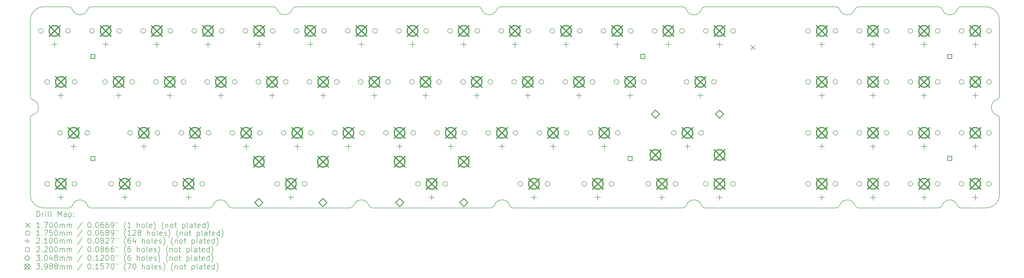
<source format=gbr>
%TF.GenerationSoftware,KiCad,Pcbnew,(6.0.10-0)*%
%TF.CreationDate,2023-02-15T12:56:22-06:00*%
%TF.ProjectId,The-GarlicBoard-2,5468652d-4761-4726-9c69-63426f617264,rev?*%
%TF.SameCoordinates,Original*%
%TF.FileFunction,Drillmap*%
%TF.FilePolarity,Positive*%
%FSLAX45Y45*%
G04 Gerber Fmt 4.5, Leading zero omitted, Abs format (unit mm)*
G04 Created by KiCad (PCBNEW (6.0.10-0)) date 2023-02-15 12:56:22*
%MOMM*%
%LPD*%
G01*
G04 APERTURE LIST*
%ADD10C,0.200000*%
%ADD11C,0.170000*%
%ADD12C,0.175000*%
%ADD13C,0.210000*%
%ADD14C,0.220000*%
%ADD15C,0.304800*%
%ADD16C,0.398780*%
G04 APERTURE END LIST*
D10*
X20203136Y-16724196D02*
G75*
G03*
X20344557Y-16624200I4J149996D01*
G01*
X3062400Y-13390964D02*
X3062400Y-16224200D01*
X5336664Y-16724200D02*
X9723136Y-16724200D01*
X39152399Y-13390964D02*
G75*
G03*
X39052400Y-13249543I-150009J-6D01*
G01*
X27350636Y-16724196D02*
G75*
G03*
X27492057Y-16624200I4J149996D01*
G01*
X3062400Y-9709206D02*
X3062400Y-12542436D01*
X33914164Y-16724200D02*
X36878136Y-16724200D01*
X3562393Y-16724200D02*
X4488136Y-16724200D01*
X4629557Y-9309200D02*
G75*
G03*
X5195243Y-9309200I282843J100000D01*
G01*
X36878136Y-16724206D02*
G75*
G03*
X37019557Y-16624200I-6J150006D01*
G01*
X3062400Y-16224200D02*
G75*
G03*
X3562393Y-16724200I500000J0D01*
G01*
X3562400Y-9209200D02*
G75*
G03*
X3062400Y-9709206I0J-500000D01*
G01*
X19733136Y-9209200D02*
X12961664Y-9209200D01*
X33772743Y-16624200D02*
G75*
G03*
X33207057Y-16624200I-282843J-100000D01*
G01*
X5195243Y-16624200D02*
G75*
G03*
X4629557Y-16624200I-282843J-100000D01*
G01*
X36878136Y-9209200D02*
X33914164Y-9209200D01*
X3062404Y-12542436D02*
G75*
G03*
X3162400Y-12683857I149996J-4D01*
G01*
X9723136Y-16724196D02*
G75*
G03*
X9864557Y-16624200I4J149996D01*
G01*
X28057743Y-16624200D02*
G75*
G03*
X27492057Y-16624200I-282843J-100000D01*
G01*
X28057739Y-16624201D02*
G75*
G03*
X28199164Y-16724200I141421J50001D01*
G01*
X3162400Y-13249543D02*
G75*
G03*
X3062400Y-13390964I50000J-141421D01*
G01*
X12254561Y-9309199D02*
G75*
G03*
X12113136Y-9209200I-141421J-50001D01*
G01*
X21051664Y-16724200D02*
X27350636Y-16724200D01*
X4488136Y-9209200D02*
X3562400Y-9209200D01*
X12254557Y-9309200D02*
G75*
G03*
X12820243Y-9309200I282843J100000D01*
G01*
X37585242Y-16624200D02*
G75*
G03*
X37726664Y-16724200I141428J50010D01*
G01*
X28199164Y-16724200D02*
X33065636Y-16724200D01*
X39052400Y-12683857D02*
G75*
G03*
X39052400Y-13249543I100000J-282843D01*
G01*
X4488136Y-16724196D02*
G75*
G03*
X4629557Y-16624200I4J149996D01*
G01*
X27492057Y-9309200D02*
G75*
G03*
X28057743Y-9309200I282843J100000D01*
G01*
X33772739Y-16624201D02*
G75*
G03*
X33914164Y-16724200I141421J50001D01*
G01*
X4629561Y-9309199D02*
G75*
G03*
X4488136Y-9209200I-141421J-50001D01*
G01*
X14963136Y-16724196D02*
G75*
G03*
X15104557Y-16624200I4J149996D01*
G01*
X38652400Y-9209200D02*
X37726664Y-9209200D01*
X12113136Y-9209200D02*
X5336664Y-9209200D01*
X38652400Y-16724200D02*
G75*
G03*
X39152400Y-16224200I0J500000D01*
G01*
X15670243Y-16624200D02*
G75*
G03*
X15104557Y-16624200I-282843J-100000D01*
G01*
X33914164Y-9209204D02*
G75*
G03*
X33772743Y-9309200I-4J-149996D01*
G01*
X37726664Y-9209204D02*
G75*
G03*
X37585243Y-9309200I-4J-149996D01*
G01*
X19874561Y-9309199D02*
G75*
G03*
X19733136Y-9209200I-141421J-50001D01*
G01*
X10430243Y-16624200D02*
G75*
G03*
X9864557Y-16624200I-282843J-100000D01*
G01*
X27492061Y-9309199D02*
G75*
G03*
X27350636Y-9209200I-141421J-50001D01*
G01*
X5336664Y-9209204D02*
G75*
G03*
X5195243Y-9309200I-4J-149996D01*
G01*
X33065636Y-9209200D02*
X28199164Y-9209200D01*
X37019561Y-9309199D02*
G75*
G03*
X36878136Y-9209200I-141421J-50001D01*
G01*
X37585243Y-16624200D02*
G75*
G03*
X37019557Y-16624200I-282843J-100000D01*
G01*
X15670239Y-16624201D02*
G75*
G03*
X15811664Y-16724200I141421J50001D01*
G01*
X10430239Y-16624201D02*
G75*
G03*
X10571664Y-16724200I141421J50001D01*
G01*
X33065636Y-16724196D02*
G75*
G03*
X33207057Y-16624200I4J149996D01*
G01*
X19874557Y-9309200D02*
G75*
G03*
X20440243Y-9309200I282843J100000D01*
G01*
X15811664Y-16724200D02*
X20203136Y-16724200D01*
X39052402Y-12683863D02*
G75*
G03*
X39152400Y-12542436I-49992J141414D01*
G01*
X39152400Y-16224200D02*
X39152400Y-13390964D01*
X33207061Y-9309199D02*
G75*
G03*
X33065636Y-9209200I-141421J-50001D01*
G01*
X10571664Y-16724200D02*
X14963136Y-16724200D01*
X5195239Y-16624201D02*
G75*
G03*
X5336664Y-16724200I141421J50001D01*
G01*
X28199164Y-9209204D02*
G75*
G03*
X28057743Y-9309200I-4J-149996D01*
G01*
X37726664Y-16724200D02*
X38652400Y-16724200D01*
X3162400Y-13249543D02*
G75*
G03*
X3162400Y-12683857I-100000J282843D01*
G01*
X39152400Y-9709200D02*
G75*
G03*
X38652400Y-9209200I-500000J0D01*
G01*
X37019557Y-9309200D02*
G75*
G03*
X37585243Y-9309200I282843J100000D01*
G01*
X20581664Y-9209204D02*
G75*
G03*
X20440243Y-9309200I-4J-149996D01*
G01*
X20910239Y-16624201D02*
G75*
G03*
X21051664Y-16724200I141421J50001D01*
G01*
X12961664Y-9209204D02*
G75*
G03*
X12820243Y-9309200I-4J-149996D01*
G01*
X20910243Y-16624200D02*
G75*
G03*
X20344557Y-16624200I-282843J-100000D01*
G01*
X33207057Y-9309200D02*
G75*
G03*
X33772743Y-9309200I282843J100000D01*
G01*
X39152400Y-12542436D02*
X39152400Y-9709200D01*
X27350636Y-9209200D02*
X20581664Y-9209200D01*
D11*
X29889250Y-10645450D02*
X30059250Y-10815450D01*
X30059250Y-10645450D02*
X29889250Y-10815450D01*
D12*
X3541900Y-10109200D02*
G75*
G03*
X3541900Y-10109200I-87500J0D01*
G01*
X3780025Y-12014200D02*
G75*
G03*
X3780025Y-12014200I-87500J0D01*
G01*
X3780025Y-15824200D02*
G75*
G03*
X3780025Y-15824200I-87500J0D01*
G01*
X4256275Y-13919200D02*
G75*
G03*
X4256275Y-13919200I-87500J0D01*
G01*
X4557900Y-10109200D02*
G75*
G03*
X4557900Y-10109200I-87500J0D01*
G01*
X4796025Y-12014200D02*
G75*
G03*
X4796025Y-12014200I-87500J0D01*
G01*
X4796025Y-15824200D02*
G75*
G03*
X4796025Y-15824200I-87500J0D01*
G01*
X5272275Y-13919200D02*
G75*
G03*
X5272275Y-13919200I-87500J0D01*
G01*
X5446900Y-10109200D02*
G75*
G03*
X5446900Y-10109200I-87500J0D01*
G01*
X5929500Y-12014200D02*
G75*
G03*
X5929500Y-12014200I-87500J0D01*
G01*
X6158100Y-15824200D02*
G75*
G03*
X6158100Y-15824200I-87500J0D01*
G01*
X6462900Y-10109200D02*
G75*
G03*
X6462900Y-10109200I-87500J0D01*
G01*
X6869300Y-13919200D02*
G75*
G03*
X6869300Y-13919200I-87500J0D01*
G01*
X6945500Y-12014200D02*
G75*
G03*
X6945500Y-12014200I-87500J0D01*
G01*
X7174100Y-15824200D02*
G75*
G03*
X7174100Y-15824200I-87500J0D01*
G01*
X7351900Y-10109200D02*
G75*
G03*
X7351900Y-10109200I-87500J0D01*
G01*
X7834500Y-12014200D02*
G75*
G03*
X7834500Y-12014200I-87500J0D01*
G01*
X7885300Y-13919200D02*
G75*
G03*
X7885300Y-13919200I-87500J0D01*
G01*
X8367900Y-10109200D02*
G75*
G03*
X8367900Y-10109200I-87500J0D01*
G01*
X8536175Y-15824200D02*
G75*
G03*
X8536175Y-15824200I-87500J0D01*
G01*
X8774300Y-13919200D02*
G75*
G03*
X8774300Y-13919200I-87500J0D01*
G01*
X8850500Y-12014200D02*
G75*
G03*
X8850500Y-12014200I-87500J0D01*
G01*
X9256900Y-10109200D02*
G75*
G03*
X9256900Y-10109200I-87500J0D01*
G01*
X9552175Y-15824200D02*
G75*
G03*
X9552175Y-15824200I-87500J0D01*
G01*
X9739500Y-12014200D02*
G75*
G03*
X9739500Y-12014200I-87500J0D01*
G01*
X9790300Y-13919200D02*
G75*
G03*
X9790300Y-13919200I-87500J0D01*
G01*
X10272900Y-10109200D02*
G75*
G03*
X10272900Y-10109200I-87500J0D01*
G01*
X10679300Y-13919200D02*
G75*
G03*
X10679300Y-13919200I-87500J0D01*
G01*
X10755500Y-12014200D02*
G75*
G03*
X10755500Y-12014200I-87500J0D01*
G01*
X11161900Y-10109200D02*
G75*
G03*
X11161900Y-10109200I-87500J0D01*
G01*
X11644500Y-12014200D02*
G75*
G03*
X11644500Y-12014200I-87500J0D01*
G01*
X11695300Y-13919200D02*
G75*
G03*
X11695300Y-13919200I-87500J0D01*
G01*
X12177900Y-10109200D02*
G75*
G03*
X12177900Y-10109200I-87500J0D01*
G01*
X12346175Y-15824200D02*
G75*
G03*
X12346175Y-15824200I-87500J0D01*
G01*
X12584300Y-13919200D02*
G75*
G03*
X12584300Y-13919200I-87500J0D01*
G01*
X12660500Y-12014200D02*
G75*
G03*
X12660500Y-12014200I-87500J0D01*
G01*
X13066900Y-10109200D02*
G75*
G03*
X13066900Y-10109200I-87500J0D01*
G01*
X13362175Y-15824200D02*
G75*
G03*
X13362175Y-15824200I-87500J0D01*
G01*
X13549500Y-12014200D02*
G75*
G03*
X13549500Y-12014200I-87500J0D01*
G01*
X13600300Y-13919200D02*
G75*
G03*
X13600300Y-13919200I-87500J0D01*
G01*
X14082900Y-10109200D02*
G75*
G03*
X14082900Y-10109200I-87500J0D01*
G01*
X14489300Y-13919200D02*
G75*
G03*
X14489300Y-13919200I-87500J0D01*
G01*
X14565500Y-12014200D02*
G75*
G03*
X14565500Y-12014200I-87500J0D01*
G01*
X14971900Y-10109200D02*
G75*
G03*
X14971900Y-10109200I-87500J0D01*
G01*
X15454500Y-12014200D02*
G75*
G03*
X15454500Y-12014200I-87500J0D01*
G01*
X15505300Y-13919200D02*
G75*
G03*
X15505300Y-13919200I-87500J0D01*
G01*
X15987900Y-10109200D02*
G75*
G03*
X15987900Y-10109200I-87500J0D01*
G01*
X16394300Y-13919200D02*
G75*
G03*
X16394300Y-13919200I-87500J0D01*
G01*
X16470500Y-12014200D02*
G75*
G03*
X16470500Y-12014200I-87500J0D01*
G01*
X16876900Y-10109200D02*
G75*
G03*
X16876900Y-10109200I-87500J0D01*
G01*
X17359500Y-12014200D02*
G75*
G03*
X17359500Y-12014200I-87500J0D01*
G01*
X17410300Y-13919200D02*
G75*
G03*
X17410300Y-13919200I-87500J0D01*
G01*
X17588100Y-15824200D02*
G75*
G03*
X17588100Y-15824200I-87500J0D01*
G01*
X17892900Y-10109200D02*
G75*
G03*
X17892900Y-10109200I-87500J0D01*
G01*
X18299300Y-13919200D02*
G75*
G03*
X18299300Y-13919200I-87500J0D01*
G01*
X18375500Y-12014200D02*
G75*
G03*
X18375500Y-12014200I-87500J0D01*
G01*
X18604100Y-15824200D02*
G75*
G03*
X18604100Y-15824200I-87500J0D01*
G01*
X18781900Y-10109200D02*
G75*
G03*
X18781900Y-10109200I-87500J0D01*
G01*
X19264500Y-12014200D02*
G75*
G03*
X19264500Y-12014200I-87500J0D01*
G01*
X19315300Y-13919200D02*
G75*
G03*
X19315300Y-13919200I-87500J0D01*
G01*
X19797900Y-10109200D02*
G75*
G03*
X19797900Y-10109200I-87500J0D01*
G01*
X20204300Y-13919200D02*
G75*
G03*
X20204300Y-13919200I-87500J0D01*
G01*
X20280500Y-12014200D02*
G75*
G03*
X20280500Y-12014200I-87500J0D01*
G01*
X20686900Y-10109200D02*
G75*
G03*
X20686900Y-10109200I-87500J0D01*
G01*
X21169500Y-12014200D02*
G75*
G03*
X21169500Y-12014200I-87500J0D01*
G01*
X21220300Y-13919200D02*
G75*
G03*
X21220300Y-13919200I-87500J0D01*
G01*
X21398100Y-15824200D02*
G75*
G03*
X21398100Y-15824200I-87500J0D01*
G01*
X21702900Y-10109200D02*
G75*
G03*
X21702900Y-10109200I-87500J0D01*
G01*
X22109300Y-13919200D02*
G75*
G03*
X22109300Y-13919200I-87500J0D01*
G01*
X22185500Y-12014200D02*
G75*
G03*
X22185500Y-12014200I-87500J0D01*
G01*
X22414100Y-15824200D02*
G75*
G03*
X22414100Y-15824200I-87500J0D01*
G01*
X22591900Y-10109200D02*
G75*
G03*
X22591900Y-10109200I-87500J0D01*
G01*
X23074500Y-12014200D02*
G75*
G03*
X23074500Y-12014200I-87500J0D01*
G01*
X23125300Y-13919200D02*
G75*
G03*
X23125300Y-13919200I-87500J0D01*
G01*
X23607900Y-10109200D02*
G75*
G03*
X23607900Y-10109200I-87500J0D01*
G01*
X23776175Y-15824200D02*
G75*
G03*
X23776175Y-15824200I-87500J0D01*
G01*
X24014300Y-13919200D02*
G75*
G03*
X24014300Y-13919200I-87500J0D01*
G01*
X24090500Y-12014200D02*
G75*
G03*
X24090500Y-12014200I-87500J0D01*
G01*
X24496900Y-10109200D02*
G75*
G03*
X24496900Y-10109200I-87500J0D01*
G01*
X24792175Y-15824200D02*
G75*
G03*
X24792175Y-15824200I-87500J0D01*
G01*
X24979500Y-12014200D02*
G75*
G03*
X24979500Y-12014200I-87500J0D01*
G01*
X25030300Y-13919200D02*
G75*
G03*
X25030300Y-13919200I-87500J0D01*
G01*
X25512900Y-10109200D02*
G75*
G03*
X25512900Y-10109200I-87500J0D01*
G01*
X25995500Y-12014200D02*
G75*
G03*
X25995500Y-12014200I-87500J0D01*
G01*
X26163775Y-15824200D02*
G75*
G03*
X26163775Y-15824200I-87500J0D01*
G01*
X26401900Y-10109200D02*
G75*
G03*
X26401900Y-10109200I-87500J0D01*
G01*
X27116275Y-13919200D02*
G75*
G03*
X27116275Y-13919200I-87500J0D01*
G01*
X27179775Y-15824200D02*
G75*
G03*
X27179775Y-15824200I-87500J0D01*
G01*
X27417900Y-10109200D02*
G75*
G03*
X27417900Y-10109200I-87500J0D01*
G01*
X27592525Y-12014200D02*
G75*
G03*
X27592525Y-12014200I-87500J0D01*
G01*
X28132275Y-13919200D02*
G75*
G03*
X28132275Y-13919200I-87500J0D01*
G01*
X28306900Y-10109200D02*
G75*
G03*
X28306900Y-10109200I-87500J0D01*
G01*
X28306900Y-15824200D02*
G75*
G03*
X28306900Y-15824200I-87500J0D01*
G01*
X28608525Y-12014200D02*
G75*
G03*
X28608525Y-12014200I-87500J0D01*
G01*
X29322900Y-10109200D02*
G75*
G03*
X29322900Y-10109200I-87500J0D01*
G01*
X29322900Y-15824200D02*
G75*
G03*
X29322900Y-15824200I-87500J0D01*
G01*
X32116900Y-10109200D02*
G75*
G03*
X32116900Y-10109200I-87500J0D01*
G01*
X32116900Y-12014200D02*
G75*
G03*
X32116900Y-12014200I-87500J0D01*
G01*
X32116900Y-13919200D02*
G75*
G03*
X32116900Y-13919200I-87500J0D01*
G01*
X32116900Y-15824200D02*
G75*
G03*
X32116900Y-15824200I-87500J0D01*
G01*
X33132900Y-10109200D02*
G75*
G03*
X33132900Y-10109200I-87500J0D01*
G01*
X33132900Y-12014200D02*
G75*
G03*
X33132900Y-12014200I-87500J0D01*
G01*
X33132900Y-13919200D02*
G75*
G03*
X33132900Y-13919200I-87500J0D01*
G01*
X33132900Y-15824200D02*
G75*
G03*
X33132900Y-15824200I-87500J0D01*
G01*
X34021900Y-10109200D02*
G75*
G03*
X34021900Y-10109200I-87500J0D01*
G01*
X34021900Y-12014200D02*
G75*
G03*
X34021900Y-12014200I-87500J0D01*
G01*
X34021900Y-13919200D02*
G75*
G03*
X34021900Y-13919200I-87500J0D01*
G01*
X34021900Y-15824200D02*
G75*
G03*
X34021900Y-15824200I-87500J0D01*
G01*
X35037900Y-10109200D02*
G75*
G03*
X35037900Y-10109200I-87500J0D01*
G01*
X35037900Y-12014200D02*
G75*
G03*
X35037900Y-12014200I-87500J0D01*
G01*
X35037900Y-13919200D02*
G75*
G03*
X35037900Y-13919200I-87500J0D01*
G01*
X35037900Y-15824200D02*
G75*
G03*
X35037900Y-15824200I-87500J0D01*
G01*
X35926900Y-10109200D02*
G75*
G03*
X35926900Y-10109200I-87500J0D01*
G01*
X35926900Y-12014200D02*
G75*
G03*
X35926900Y-12014200I-87500J0D01*
G01*
X35926900Y-13919200D02*
G75*
G03*
X35926900Y-13919200I-87500J0D01*
G01*
X35926900Y-15824200D02*
G75*
G03*
X35926900Y-15824200I-87500J0D01*
G01*
X36942900Y-10109200D02*
G75*
G03*
X36942900Y-10109200I-87500J0D01*
G01*
X36942900Y-12014200D02*
G75*
G03*
X36942900Y-12014200I-87500J0D01*
G01*
X36942900Y-13919200D02*
G75*
G03*
X36942900Y-13919200I-87500J0D01*
G01*
X36942900Y-15824200D02*
G75*
G03*
X36942900Y-15824200I-87500J0D01*
G01*
X37831900Y-10109200D02*
G75*
G03*
X37831900Y-10109200I-87500J0D01*
G01*
X37831900Y-12014200D02*
G75*
G03*
X37831900Y-12014200I-87500J0D01*
G01*
X37831900Y-13919200D02*
G75*
G03*
X37831900Y-13919200I-87500J0D01*
G01*
X37831900Y-15824200D02*
G75*
G03*
X37831900Y-15824200I-87500J0D01*
G01*
X38847900Y-10109200D02*
G75*
G03*
X38847900Y-10109200I-87500J0D01*
G01*
X38847900Y-12014200D02*
G75*
G03*
X38847900Y-12014200I-87500J0D01*
G01*
X38847900Y-13919200D02*
G75*
G03*
X38847900Y-13919200I-87500J0D01*
G01*
X38847900Y-15824200D02*
G75*
G03*
X38847900Y-15824200I-87500J0D01*
G01*
D13*
X3962400Y-10512200D02*
X3962400Y-10722200D01*
X3857400Y-10617200D02*
X4067400Y-10617200D01*
X4200525Y-12417200D02*
X4200525Y-12627200D01*
X4095525Y-12522200D02*
X4305525Y-12522200D01*
X4200525Y-16227200D02*
X4200525Y-16437200D01*
X4095525Y-16332200D02*
X4305525Y-16332200D01*
X4676775Y-14322200D02*
X4676775Y-14532200D01*
X4571775Y-14427200D02*
X4781775Y-14427200D01*
X5867400Y-10512200D02*
X5867400Y-10722200D01*
X5762400Y-10617200D02*
X5972400Y-10617200D01*
X6350000Y-12417200D02*
X6350000Y-12627200D01*
X6245000Y-12522200D02*
X6455000Y-12522200D01*
X6578600Y-16227200D02*
X6578600Y-16437200D01*
X6473600Y-16332200D02*
X6683600Y-16332200D01*
X7289800Y-14322200D02*
X7289800Y-14532200D01*
X7184800Y-14427200D02*
X7394800Y-14427200D01*
X7772400Y-10512200D02*
X7772400Y-10722200D01*
X7667400Y-10617200D02*
X7877400Y-10617200D01*
X8255000Y-12417200D02*
X8255000Y-12627200D01*
X8150000Y-12522200D02*
X8360000Y-12522200D01*
X8956675Y-16227200D02*
X8956675Y-16437200D01*
X8851675Y-16332200D02*
X9061675Y-16332200D01*
X9194800Y-14322200D02*
X9194800Y-14532200D01*
X9089800Y-14427200D02*
X9299800Y-14427200D01*
X9677400Y-10512200D02*
X9677400Y-10722200D01*
X9572400Y-10617200D02*
X9782400Y-10617200D01*
X10160000Y-12417200D02*
X10160000Y-12627200D01*
X10055000Y-12522200D02*
X10265000Y-12522200D01*
X11099800Y-14322200D02*
X11099800Y-14532200D01*
X10994800Y-14427200D02*
X11204800Y-14427200D01*
X11582400Y-10512200D02*
X11582400Y-10722200D01*
X11477400Y-10617200D02*
X11687400Y-10617200D01*
X12065000Y-12417200D02*
X12065000Y-12627200D01*
X11960000Y-12522200D02*
X12170000Y-12522200D01*
X12766675Y-16227200D02*
X12766675Y-16437200D01*
X12661675Y-16332200D02*
X12871675Y-16332200D01*
X13004800Y-14322200D02*
X13004800Y-14532200D01*
X12899800Y-14427200D02*
X13109800Y-14427200D01*
X13487400Y-10512200D02*
X13487400Y-10722200D01*
X13382400Y-10617200D02*
X13592400Y-10617200D01*
X13970000Y-12417200D02*
X13970000Y-12627200D01*
X13865000Y-12522200D02*
X14075000Y-12522200D01*
X14910000Y-14322200D02*
X14910000Y-14532200D01*
X14805000Y-14427200D02*
X15015000Y-14427200D01*
X15392400Y-10512200D02*
X15392400Y-10722200D01*
X15287400Y-10617200D02*
X15497400Y-10617200D01*
X15875000Y-12417200D02*
X15875000Y-12627200D01*
X15770000Y-12522200D02*
X15980000Y-12522200D01*
X16814800Y-14322200D02*
X16814800Y-14532200D01*
X16709800Y-14427200D02*
X16919800Y-14427200D01*
X17297400Y-10512200D02*
X17297400Y-10722200D01*
X17192400Y-10617200D02*
X17402400Y-10617200D01*
X17780000Y-12417200D02*
X17780000Y-12627200D01*
X17675000Y-12522200D02*
X17885000Y-12522200D01*
X18008600Y-16227200D02*
X18008600Y-16437200D01*
X17903600Y-16332200D02*
X18113600Y-16332200D01*
X18719800Y-14322200D02*
X18719800Y-14532200D01*
X18614800Y-14427200D02*
X18824800Y-14427200D01*
X19202400Y-10512200D02*
X19202400Y-10722200D01*
X19097400Y-10617200D02*
X19307400Y-10617200D01*
X19685000Y-12417200D02*
X19685000Y-12627200D01*
X19580000Y-12522200D02*
X19790000Y-12522200D01*
X20624800Y-14322200D02*
X20624800Y-14532200D01*
X20519800Y-14427200D02*
X20729800Y-14427200D01*
X21107400Y-10512200D02*
X21107400Y-10722200D01*
X21002400Y-10617200D02*
X21212400Y-10617200D01*
X21590000Y-12417200D02*
X21590000Y-12627200D01*
X21485000Y-12522200D02*
X21695000Y-12522200D01*
X21818600Y-16227200D02*
X21818600Y-16437200D01*
X21713600Y-16332200D02*
X21923600Y-16332200D01*
X22529800Y-14322200D02*
X22529800Y-14532200D01*
X22424800Y-14427200D02*
X22634800Y-14427200D01*
X23012400Y-10512200D02*
X23012400Y-10722200D01*
X22907400Y-10617200D02*
X23117400Y-10617200D01*
X23495000Y-12417200D02*
X23495000Y-12627200D01*
X23390000Y-12522200D02*
X23600000Y-12522200D01*
X24196675Y-16227200D02*
X24196675Y-16437200D01*
X24091675Y-16332200D02*
X24301675Y-16332200D01*
X24434800Y-14322200D02*
X24434800Y-14532200D01*
X24329800Y-14427200D02*
X24539800Y-14427200D01*
X24917400Y-10512200D02*
X24917400Y-10722200D01*
X24812400Y-10617200D02*
X25022400Y-10617200D01*
X25400000Y-12417200D02*
X25400000Y-12627200D01*
X25295000Y-12522200D02*
X25505000Y-12522200D01*
X26584275Y-16227200D02*
X26584275Y-16437200D01*
X26479275Y-16332200D02*
X26689275Y-16332200D01*
X26822400Y-10512200D02*
X26822400Y-10722200D01*
X26717400Y-10617200D02*
X26927400Y-10617200D01*
X27536775Y-14322200D02*
X27536775Y-14532200D01*
X27431775Y-14427200D02*
X27641775Y-14427200D01*
X28013025Y-12417200D02*
X28013025Y-12627200D01*
X27908025Y-12522200D02*
X28118025Y-12522200D01*
X28727400Y-10512200D02*
X28727400Y-10722200D01*
X28622400Y-10617200D02*
X28832400Y-10617200D01*
X28727400Y-16227200D02*
X28727400Y-16437200D01*
X28622400Y-16332200D02*
X28832400Y-16332200D01*
X32537400Y-10512200D02*
X32537400Y-10722200D01*
X32432400Y-10617200D02*
X32642400Y-10617200D01*
X32537400Y-12417200D02*
X32537400Y-12627200D01*
X32432400Y-12522200D02*
X32642400Y-12522200D01*
X32537400Y-14322200D02*
X32537400Y-14532200D01*
X32432400Y-14427200D02*
X32642400Y-14427200D01*
X32537400Y-16227200D02*
X32537400Y-16437200D01*
X32432400Y-16332200D02*
X32642400Y-16332200D01*
X34442400Y-10512200D02*
X34442400Y-10722200D01*
X34337400Y-10617200D02*
X34547400Y-10617200D01*
X34442400Y-12417200D02*
X34442400Y-12627200D01*
X34337400Y-12522200D02*
X34547400Y-12522200D01*
X34442400Y-14322200D02*
X34442400Y-14532200D01*
X34337400Y-14427200D02*
X34547400Y-14427200D01*
X34442400Y-16227200D02*
X34442400Y-16437200D01*
X34337400Y-16332200D02*
X34547400Y-16332200D01*
X36347400Y-10512200D02*
X36347400Y-10722200D01*
X36242400Y-10617200D02*
X36452400Y-10617200D01*
X36347400Y-12417200D02*
X36347400Y-12627200D01*
X36242400Y-12522200D02*
X36452400Y-12522200D01*
X36347400Y-14322200D02*
X36347400Y-14532200D01*
X36242400Y-14427200D02*
X36452400Y-14427200D01*
X36347400Y-16227200D02*
X36347400Y-16437200D01*
X36242400Y-16332200D02*
X36452400Y-16332200D01*
X38252400Y-10512200D02*
X38252400Y-10722200D01*
X38147400Y-10617200D02*
X38357400Y-10617200D01*
X38252400Y-12417200D02*
X38252400Y-12627200D01*
X38147400Y-12522200D02*
X38357400Y-12522200D01*
X38252400Y-14322200D02*
X38252400Y-14532200D01*
X38147400Y-14427200D02*
X38357400Y-14427200D01*
X38252400Y-16227200D02*
X38252400Y-16437200D01*
X38147400Y-16332200D02*
X38357400Y-16332200D01*
D14*
X5468933Y-11139483D02*
X5468933Y-10983918D01*
X5313368Y-10983918D01*
X5313368Y-11139483D01*
X5468933Y-11139483D01*
X5468933Y-14949482D02*
X5468933Y-14793917D01*
X5313368Y-14793917D01*
X5313368Y-14949482D01*
X5468933Y-14949482D01*
X25471432Y-14949482D02*
X25471432Y-14793917D01*
X25315867Y-14793917D01*
X25315867Y-14949482D01*
X25471432Y-14949482D01*
X25947782Y-11137783D02*
X25947782Y-10982218D01*
X25792217Y-10982218D01*
X25792217Y-11137783D01*
X25947782Y-11137783D01*
X37377683Y-11139483D02*
X37377683Y-10983918D01*
X37222118Y-10983918D01*
X37222118Y-11139483D01*
X37377683Y-11139483D01*
X37377783Y-14947782D02*
X37377783Y-14792217D01*
X37222218Y-14792217D01*
X37222218Y-14947782D01*
X37377783Y-14947782D01*
D15*
X11572875Y-16675100D02*
X11725275Y-16522700D01*
X11572875Y-16370300D01*
X11420475Y-16522700D01*
X11572875Y-16675100D01*
X13960475Y-16675100D02*
X14112875Y-16522700D01*
X13960475Y-16370300D01*
X13808075Y-16522700D01*
X13960475Y-16675100D01*
X16814800Y-16675100D02*
X16967200Y-16522700D01*
X16814800Y-16370300D01*
X16662400Y-16522700D01*
X16814800Y-16675100D01*
X19202400Y-16675100D02*
X19354800Y-16522700D01*
X19202400Y-16370300D01*
X19050000Y-16522700D01*
X19202400Y-16675100D01*
X26342975Y-13373100D02*
X26495375Y-13220700D01*
X26342975Y-13068300D01*
X26190575Y-13220700D01*
X26342975Y-13373100D01*
X28730575Y-13373100D02*
X28882975Y-13220700D01*
X28730575Y-13068300D01*
X28578175Y-13220700D01*
X28730575Y-13373100D01*
D16*
X3763010Y-9909810D02*
X4161790Y-10308590D01*
X4161790Y-9909810D02*
X3763010Y-10308590D01*
X4161790Y-10109200D02*
G75*
G03*
X4161790Y-10109200I-199390J0D01*
G01*
X4001135Y-11814810D02*
X4399915Y-12213590D01*
X4399915Y-11814810D02*
X4001135Y-12213590D01*
X4399915Y-12014200D02*
G75*
G03*
X4399915Y-12014200I-199390J0D01*
G01*
X4001135Y-15624810D02*
X4399915Y-16023590D01*
X4399915Y-15624810D02*
X4001135Y-16023590D01*
X4399915Y-15824200D02*
G75*
G03*
X4399915Y-15824200I-199390J0D01*
G01*
X4477385Y-13719810D02*
X4876165Y-14118590D01*
X4876165Y-13719810D02*
X4477385Y-14118590D01*
X4876165Y-13919200D02*
G75*
G03*
X4876165Y-13919200I-199390J0D01*
G01*
X5668010Y-9909810D02*
X6066790Y-10308590D01*
X6066790Y-9909810D02*
X5668010Y-10308590D01*
X6066790Y-10109200D02*
G75*
G03*
X6066790Y-10109200I-199390J0D01*
G01*
X6150610Y-11814810D02*
X6549390Y-12213590D01*
X6549390Y-11814810D02*
X6150610Y-12213590D01*
X6549390Y-12014200D02*
G75*
G03*
X6549390Y-12014200I-199390J0D01*
G01*
X6379210Y-15624810D02*
X6777990Y-16023590D01*
X6777990Y-15624810D02*
X6379210Y-16023590D01*
X6777990Y-15824200D02*
G75*
G03*
X6777990Y-15824200I-199390J0D01*
G01*
X7090410Y-13719810D02*
X7489190Y-14118590D01*
X7489190Y-13719810D02*
X7090410Y-14118590D01*
X7489190Y-13919200D02*
G75*
G03*
X7489190Y-13919200I-199390J0D01*
G01*
X7573010Y-9909810D02*
X7971790Y-10308590D01*
X7971790Y-9909810D02*
X7573010Y-10308590D01*
X7971790Y-10109200D02*
G75*
G03*
X7971790Y-10109200I-199390J0D01*
G01*
X8055610Y-11814810D02*
X8454390Y-12213590D01*
X8454390Y-11814810D02*
X8055610Y-12213590D01*
X8454390Y-12014200D02*
G75*
G03*
X8454390Y-12014200I-199390J0D01*
G01*
X8757285Y-15624810D02*
X9156065Y-16023590D01*
X9156065Y-15624810D02*
X8757285Y-16023590D01*
X9156065Y-15824200D02*
G75*
G03*
X9156065Y-15824200I-199390J0D01*
G01*
X8995410Y-13719810D02*
X9394190Y-14118590D01*
X9394190Y-13719810D02*
X8995410Y-14118590D01*
X9394190Y-13919200D02*
G75*
G03*
X9394190Y-13919200I-199390J0D01*
G01*
X9478010Y-9909810D02*
X9876790Y-10308590D01*
X9876790Y-9909810D02*
X9478010Y-10308590D01*
X9876790Y-10109200D02*
G75*
G03*
X9876790Y-10109200I-199390J0D01*
G01*
X9960610Y-11814810D02*
X10359390Y-12213590D01*
X10359390Y-11814810D02*
X9960610Y-12213590D01*
X10359390Y-12014200D02*
G75*
G03*
X10359390Y-12014200I-199390J0D01*
G01*
X10900410Y-13719810D02*
X11299190Y-14118590D01*
X11299190Y-13719810D02*
X10900410Y-14118590D01*
X11299190Y-13919200D02*
G75*
G03*
X11299190Y-13919200I-199390J0D01*
G01*
X11373485Y-14799310D02*
X11772265Y-15198090D01*
X11772265Y-14799310D02*
X11373485Y-15198090D01*
X11772265Y-14998700D02*
G75*
G03*
X11772265Y-14998700I-199390J0D01*
G01*
X11383010Y-9909810D02*
X11781790Y-10308590D01*
X11781790Y-9909810D02*
X11383010Y-10308590D01*
X11781790Y-10109200D02*
G75*
G03*
X11781790Y-10109200I-199390J0D01*
G01*
X11865610Y-11814810D02*
X12264390Y-12213590D01*
X12264390Y-11814810D02*
X11865610Y-12213590D01*
X12264390Y-12014200D02*
G75*
G03*
X12264390Y-12014200I-199390J0D01*
G01*
X12567285Y-15624810D02*
X12966065Y-16023590D01*
X12966065Y-15624810D02*
X12567285Y-16023590D01*
X12966065Y-15824200D02*
G75*
G03*
X12966065Y-15824200I-199390J0D01*
G01*
X12805410Y-13719810D02*
X13204190Y-14118590D01*
X13204190Y-13719810D02*
X12805410Y-14118590D01*
X13204190Y-13919200D02*
G75*
G03*
X13204190Y-13919200I-199390J0D01*
G01*
X13288010Y-9909810D02*
X13686790Y-10308590D01*
X13686790Y-9909810D02*
X13288010Y-10308590D01*
X13686790Y-10109200D02*
G75*
G03*
X13686790Y-10109200I-199390J0D01*
G01*
X13761085Y-14799310D02*
X14159865Y-15198090D01*
X14159865Y-14799310D02*
X13761085Y-15198090D01*
X14159865Y-14998700D02*
G75*
G03*
X14159865Y-14998700I-199390J0D01*
G01*
X13770610Y-11814810D02*
X14169390Y-12213590D01*
X14169390Y-11814810D02*
X13770610Y-12213590D01*
X14169390Y-12014200D02*
G75*
G03*
X14169390Y-12014200I-199390J0D01*
G01*
X14710410Y-13719810D02*
X15109190Y-14118590D01*
X15109190Y-13719810D02*
X14710410Y-14118590D01*
X15109190Y-13919200D02*
G75*
G03*
X15109190Y-13919200I-199390J0D01*
G01*
X15193010Y-9909810D02*
X15591790Y-10308590D01*
X15591790Y-9909810D02*
X15193010Y-10308590D01*
X15591790Y-10109200D02*
G75*
G03*
X15591790Y-10109200I-199390J0D01*
G01*
X15675610Y-11814810D02*
X16074390Y-12213590D01*
X16074390Y-11814810D02*
X15675610Y-12213590D01*
X16074390Y-12014200D02*
G75*
G03*
X16074390Y-12014200I-199390J0D01*
G01*
X16615410Y-13719810D02*
X17014190Y-14118590D01*
X17014190Y-13719810D02*
X16615410Y-14118590D01*
X17014190Y-13919200D02*
G75*
G03*
X17014190Y-13919200I-199390J0D01*
G01*
X16615410Y-14799310D02*
X17014190Y-15198090D01*
X17014190Y-14799310D02*
X16615410Y-15198090D01*
X17014190Y-14998700D02*
G75*
G03*
X17014190Y-14998700I-199390J0D01*
G01*
X17098010Y-9909810D02*
X17496790Y-10308590D01*
X17496790Y-9909810D02*
X17098010Y-10308590D01*
X17496790Y-10109200D02*
G75*
G03*
X17496790Y-10109200I-199390J0D01*
G01*
X17580610Y-11814810D02*
X17979390Y-12213590D01*
X17979390Y-11814810D02*
X17580610Y-12213590D01*
X17979390Y-12014200D02*
G75*
G03*
X17979390Y-12014200I-199390J0D01*
G01*
X17809210Y-15624810D02*
X18207990Y-16023590D01*
X18207990Y-15624810D02*
X17809210Y-16023590D01*
X18207990Y-15824200D02*
G75*
G03*
X18207990Y-15824200I-199390J0D01*
G01*
X18520410Y-13719810D02*
X18919190Y-14118590D01*
X18919190Y-13719810D02*
X18520410Y-14118590D01*
X18919190Y-13919200D02*
G75*
G03*
X18919190Y-13919200I-199390J0D01*
G01*
X19003010Y-9909810D02*
X19401790Y-10308590D01*
X19401790Y-9909810D02*
X19003010Y-10308590D01*
X19401790Y-10109200D02*
G75*
G03*
X19401790Y-10109200I-199390J0D01*
G01*
X19003010Y-14799310D02*
X19401790Y-15198090D01*
X19401790Y-14799310D02*
X19003010Y-15198090D01*
X19401790Y-14998700D02*
G75*
G03*
X19401790Y-14998700I-199390J0D01*
G01*
X19485610Y-11814810D02*
X19884390Y-12213590D01*
X19884390Y-11814810D02*
X19485610Y-12213590D01*
X19884390Y-12014200D02*
G75*
G03*
X19884390Y-12014200I-199390J0D01*
G01*
X20425410Y-13719810D02*
X20824190Y-14118590D01*
X20824190Y-13719810D02*
X20425410Y-14118590D01*
X20824190Y-13919200D02*
G75*
G03*
X20824190Y-13919200I-199390J0D01*
G01*
X20908010Y-9909810D02*
X21306790Y-10308590D01*
X21306790Y-9909810D02*
X20908010Y-10308590D01*
X21306790Y-10109200D02*
G75*
G03*
X21306790Y-10109200I-199390J0D01*
G01*
X21390610Y-11814810D02*
X21789390Y-12213590D01*
X21789390Y-11814810D02*
X21390610Y-12213590D01*
X21789390Y-12014200D02*
G75*
G03*
X21789390Y-12014200I-199390J0D01*
G01*
X21619210Y-15624810D02*
X22017990Y-16023590D01*
X22017990Y-15624810D02*
X21619210Y-16023590D01*
X22017990Y-15824200D02*
G75*
G03*
X22017990Y-15824200I-199390J0D01*
G01*
X22330410Y-13719810D02*
X22729190Y-14118590D01*
X22729190Y-13719810D02*
X22330410Y-14118590D01*
X22729190Y-13919200D02*
G75*
G03*
X22729190Y-13919200I-199390J0D01*
G01*
X22813010Y-9909810D02*
X23211790Y-10308590D01*
X23211790Y-9909810D02*
X22813010Y-10308590D01*
X23211790Y-10109200D02*
G75*
G03*
X23211790Y-10109200I-199390J0D01*
G01*
X23295610Y-11814810D02*
X23694390Y-12213590D01*
X23694390Y-11814810D02*
X23295610Y-12213590D01*
X23694390Y-12014200D02*
G75*
G03*
X23694390Y-12014200I-199390J0D01*
G01*
X23997285Y-15624810D02*
X24396065Y-16023590D01*
X24396065Y-15624810D02*
X23997285Y-16023590D01*
X24396065Y-15824200D02*
G75*
G03*
X24396065Y-15824200I-199390J0D01*
G01*
X24235410Y-13719810D02*
X24634190Y-14118590D01*
X24634190Y-13719810D02*
X24235410Y-14118590D01*
X24634190Y-13919200D02*
G75*
G03*
X24634190Y-13919200I-199390J0D01*
G01*
X24718010Y-9909810D02*
X25116790Y-10308590D01*
X25116790Y-9909810D02*
X24718010Y-10308590D01*
X25116790Y-10109200D02*
G75*
G03*
X25116790Y-10109200I-199390J0D01*
G01*
X25200610Y-11814810D02*
X25599390Y-12213590D01*
X25599390Y-11814810D02*
X25200610Y-12213590D01*
X25599390Y-12014200D02*
G75*
G03*
X25599390Y-12014200I-199390J0D01*
G01*
X26143585Y-14545310D02*
X26542365Y-14944090D01*
X26542365Y-14545310D02*
X26143585Y-14944090D01*
X26542365Y-14744700D02*
G75*
G03*
X26542365Y-14744700I-199390J0D01*
G01*
X26384885Y-15624810D02*
X26783665Y-16023590D01*
X26783665Y-15624810D02*
X26384885Y-16023590D01*
X26783665Y-15824200D02*
G75*
G03*
X26783665Y-15824200I-199390J0D01*
G01*
X26623010Y-9909810D02*
X27021790Y-10308590D01*
X27021790Y-9909810D02*
X26623010Y-10308590D01*
X27021790Y-10109200D02*
G75*
G03*
X27021790Y-10109200I-199390J0D01*
G01*
X27337385Y-13719810D02*
X27736165Y-14118590D01*
X27736165Y-13719810D02*
X27337385Y-14118590D01*
X27736165Y-13919200D02*
G75*
G03*
X27736165Y-13919200I-199390J0D01*
G01*
X27813635Y-11814810D02*
X28212415Y-12213590D01*
X28212415Y-11814810D02*
X27813635Y-12213590D01*
X28212415Y-12014200D02*
G75*
G03*
X28212415Y-12014200I-199390J0D01*
G01*
X28528010Y-9909810D02*
X28926790Y-10308590D01*
X28926790Y-9909810D02*
X28528010Y-10308590D01*
X28926790Y-10109200D02*
G75*
G03*
X28926790Y-10109200I-199390J0D01*
G01*
X28528010Y-15624810D02*
X28926790Y-16023590D01*
X28926790Y-15624810D02*
X28528010Y-16023590D01*
X28926790Y-15824200D02*
G75*
G03*
X28926790Y-15824200I-199390J0D01*
G01*
X28531185Y-14545310D02*
X28929965Y-14944090D01*
X28929965Y-14545310D02*
X28531185Y-14944090D01*
X28929965Y-14744700D02*
G75*
G03*
X28929965Y-14744700I-199390J0D01*
G01*
X32338010Y-9909810D02*
X32736790Y-10308590D01*
X32736790Y-9909810D02*
X32338010Y-10308590D01*
X32736790Y-10109200D02*
G75*
G03*
X32736790Y-10109200I-199390J0D01*
G01*
X32338010Y-11814810D02*
X32736790Y-12213590D01*
X32736790Y-11814810D02*
X32338010Y-12213590D01*
X32736790Y-12014200D02*
G75*
G03*
X32736790Y-12014200I-199390J0D01*
G01*
X32338010Y-13719810D02*
X32736790Y-14118590D01*
X32736790Y-13719810D02*
X32338010Y-14118590D01*
X32736790Y-13919200D02*
G75*
G03*
X32736790Y-13919200I-199390J0D01*
G01*
X32338010Y-15624810D02*
X32736790Y-16023590D01*
X32736790Y-15624810D02*
X32338010Y-16023590D01*
X32736790Y-15824200D02*
G75*
G03*
X32736790Y-15824200I-199390J0D01*
G01*
X34243010Y-9909810D02*
X34641790Y-10308590D01*
X34641790Y-9909810D02*
X34243010Y-10308590D01*
X34641790Y-10109200D02*
G75*
G03*
X34641790Y-10109200I-199390J0D01*
G01*
X34243010Y-11814810D02*
X34641790Y-12213590D01*
X34641790Y-11814810D02*
X34243010Y-12213590D01*
X34641790Y-12014200D02*
G75*
G03*
X34641790Y-12014200I-199390J0D01*
G01*
X34243010Y-13719810D02*
X34641790Y-14118590D01*
X34641790Y-13719810D02*
X34243010Y-14118590D01*
X34641790Y-13919200D02*
G75*
G03*
X34641790Y-13919200I-199390J0D01*
G01*
X34243010Y-15624810D02*
X34641790Y-16023590D01*
X34641790Y-15624810D02*
X34243010Y-16023590D01*
X34641790Y-15824200D02*
G75*
G03*
X34641790Y-15824200I-199390J0D01*
G01*
X36148010Y-9909810D02*
X36546790Y-10308590D01*
X36546790Y-9909810D02*
X36148010Y-10308590D01*
X36546790Y-10109200D02*
G75*
G03*
X36546790Y-10109200I-199390J0D01*
G01*
X36148010Y-11814810D02*
X36546790Y-12213590D01*
X36546790Y-11814810D02*
X36148010Y-12213590D01*
X36546790Y-12014200D02*
G75*
G03*
X36546790Y-12014200I-199390J0D01*
G01*
X36148010Y-13719810D02*
X36546790Y-14118590D01*
X36546790Y-13719810D02*
X36148010Y-14118590D01*
X36546790Y-13919200D02*
G75*
G03*
X36546790Y-13919200I-199390J0D01*
G01*
X36148010Y-15624810D02*
X36546790Y-16023590D01*
X36546790Y-15624810D02*
X36148010Y-16023590D01*
X36546790Y-15824200D02*
G75*
G03*
X36546790Y-15824200I-199390J0D01*
G01*
X38053010Y-9909810D02*
X38451790Y-10308590D01*
X38451790Y-9909810D02*
X38053010Y-10308590D01*
X38451790Y-10109200D02*
G75*
G03*
X38451790Y-10109200I-199390J0D01*
G01*
X38053010Y-11814810D02*
X38451790Y-12213590D01*
X38451790Y-11814810D02*
X38053010Y-12213590D01*
X38451790Y-12014200D02*
G75*
G03*
X38451790Y-12014200I-199390J0D01*
G01*
X38053010Y-13719810D02*
X38451790Y-14118590D01*
X38451790Y-13719810D02*
X38053010Y-14118590D01*
X38451790Y-13919200D02*
G75*
G03*
X38451790Y-13919200I-199390J0D01*
G01*
X38053010Y-15624810D02*
X38451790Y-16023590D01*
X38451790Y-15624810D02*
X38053010Y-16023590D01*
X38451790Y-15824200D02*
G75*
G03*
X38451790Y-15824200I-199390J0D01*
G01*
D10*
X3310019Y-17044676D02*
X3310019Y-16844676D01*
X3357638Y-16844676D01*
X3386209Y-16854200D01*
X3405257Y-16873248D01*
X3414781Y-16892295D01*
X3424305Y-16930390D01*
X3424305Y-16958962D01*
X3414781Y-16997057D01*
X3405257Y-17016105D01*
X3386209Y-17035152D01*
X3357638Y-17044676D01*
X3310019Y-17044676D01*
X3510019Y-17044676D02*
X3510019Y-16911343D01*
X3510019Y-16949438D02*
X3519543Y-16930390D01*
X3529067Y-16920867D01*
X3548114Y-16911343D01*
X3567162Y-16911343D01*
X3633828Y-17044676D02*
X3633828Y-16911343D01*
X3633828Y-16844676D02*
X3624305Y-16854200D01*
X3633828Y-16863724D01*
X3643352Y-16854200D01*
X3633828Y-16844676D01*
X3633828Y-16863724D01*
X3757638Y-17044676D02*
X3738590Y-17035152D01*
X3729067Y-17016105D01*
X3729067Y-16844676D01*
X3862400Y-17044676D02*
X3843352Y-17035152D01*
X3833828Y-17016105D01*
X3833828Y-16844676D01*
X4090971Y-17044676D02*
X4090971Y-16844676D01*
X4157638Y-16987533D01*
X4224305Y-16844676D01*
X4224305Y-17044676D01*
X4405257Y-17044676D02*
X4405257Y-16939914D01*
X4395733Y-16920867D01*
X4376686Y-16911343D01*
X4338590Y-16911343D01*
X4319543Y-16920867D01*
X4405257Y-17035152D02*
X4386210Y-17044676D01*
X4338590Y-17044676D01*
X4319543Y-17035152D01*
X4310019Y-17016105D01*
X4310019Y-16997057D01*
X4319543Y-16978010D01*
X4338590Y-16968486D01*
X4386210Y-16968486D01*
X4405257Y-16958962D01*
X4500495Y-16911343D02*
X4500495Y-17111343D01*
X4500495Y-16920867D02*
X4519543Y-16911343D01*
X4557638Y-16911343D01*
X4576686Y-16920867D01*
X4586210Y-16930390D01*
X4595733Y-16949438D01*
X4595733Y-17006581D01*
X4586210Y-17025629D01*
X4576686Y-17035152D01*
X4557638Y-17044676D01*
X4519543Y-17044676D01*
X4500495Y-17035152D01*
X4681448Y-17025629D02*
X4690971Y-17035152D01*
X4681448Y-17044676D01*
X4671924Y-17035152D01*
X4681448Y-17025629D01*
X4681448Y-17044676D01*
X4681448Y-16920867D02*
X4690971Y-16930390D01*
X4681448Y-16939914D01*
X4671924Y-16930390D01*
X4681448Y-16920867D01*
X4681448Y-16939914D01*
D11*
X2882400Y-17289200D02*
X3052400Y-17459200D01*
X3052400Y-17289200D02*
X2882400Y-17459200D01*
D10*
X3414781Y-17464676D02*
X3300495Y-17464676D01*
X3357638Y-17464676D02*
X3357638Y-17264676D01*
X3338590Y-17293248D01*
X3319543Y-17312295D01*
X3300495Y-17321819D01*
X3500495Y-17445629D02*
X3510019Y-17455152D01*
X3500495Y-17464676D01*
X3490971Y-17455152D01*
X3500495Y-17445629D01*
X3500495Y-17464676D01*
X3576686Y-17264676D02*
X3710019Y-17264676D01*
X3624305Y-17464676D01*
X3824305Y-17264676D02*
X3843352Y-17264676D01*
X3862400Y-17274200D01*
X3871924Y-17283724D01*
X3881448Y-17302771D01*
X3890971Y-17340867D01*
X3890971Y-17388486D01*
X3881448Y-17426581D01*
X3871924Y-17445629D01*
X3862400Y-17455152D01*
X3843352Y-17464676D01*
X3824305Y-17464676D01*
X3805257Y-17455152D01*
X3795733Y-17445629D01*
X3786209Y-17426581D01*
X3776686Y-17388486D01*
X3776686Y-17340867D01*
X3786209Y-17302771D01*
X3795733Y-17283724D01*
X3805257Y-17274200D01*
X3824305Y-17264676D01*
X4014781Y-17264676D02*
X4033828Y-17264676D01*
X4052876Y-17274200D01*
X4062400Y-17283724D01*
X4071924Y-17302771D01*
X4081448Y-17340867D01*
X4081448Y-17388486D01*
X4071924Y-17426581D01*
X4062400Y-17445629D01*
X4052876Y-17455152D01*
X4033828Y-17464676D01*
X4014781Y-17464676D01*
X3995733Y-17455152D01*
X3986209Y-17445629D01*
X3976686Y-17426581D01*
X3967162Y-17388486D01*
X3967162Y-17340867D01*
X3976686Y-17302771D01*
X3986209Y-17283724D01*
X3995733Y-17274200D01*
X4014781Y-17264676D01*
X4167162Y-17464676D02*
X4167162Y-17331343D01*
X4167162Y-17350390D02*
X4176686Y-17340867D01*
X4195733Y-17331343D01*
X4224305Y-17331343D01*
X4243352Y-17340867D01*
X4252876Y-17359914D01*
X4252876Y-17464676D01*
X4252876Y-17359914D02*
X4262400Y-17340867D01*
X4281448Y-17331343D01*
X4310019Y-17331343D01*
X4329067Y-17340867D01*
X4338590Y-17359914D01*
X4338590Y-17464676D01*
X4433829Y-17464676D02*
X4433829Y-17331343D01*
X4433829Y-17350390D02*
X4443352Y-17340867D01*
X4462400Y-17331343D01*
X4490971Y-17331343D01*
X4510019Y-17340867D01*
X4519543Y-17359914D01*
X4519543Y-17464676D01*
X4519543Y-17359914D02*
X4529067Y-17340867D01*
X4548114Y-17331343D01*
X4576686Y-17331343D01*
X4595733Y-17340867D01*
X4605257Y-17359914D01*
X4605257Y-17464676D01*
X4995733Y-17255152D02*
X4824305Y-17512295D01*
X5252876Y-17264676D02*
X5271924Y-17264676D01*
X5290971Y-17274200D01*
X5300495Y-17283724D01*
X5310019Y-17302771D01*
X5319543Y-17340867D01*
X5319543Y-17388486D01*
X5310019Y-17426581D01*
X5300495Y-17445629D01*
X5290971Y-17455152D01*
X5271924Y-17464676D01*
X5252876Y-17464676D01*
X5233829Y-17455152D01*
X5224305Y-17445629D01*
X5214781Y-17426581D01*
X5205257Y-17388486D01*
X5205257Y-17340867D01*
X5214781Y-17302771D01*
X5224305Y-17283724D01*
X5233829Y-17274200D01*
X5252876Y-17264676D01*
X5405257Y-17445629D02*
X5414781Y-17455152D01*
X5405257Y-17464676D01*
X5395733Y-17455152D01*
X5405257Y-17445629D01*
X5405257Y-17464676D01*
X5538590Y-17264676D02*
X5557638Y-17264676D01*
X5576686Y-17274200D01*
X5586210Y-17283724D01*
X5595733Y-17302771D01*
X5605257Y-17340867D01*
X5605257Y-17388486D01*
X5595733Y-17426581D01*
X5586210Y-17445629D01*
X5576686Y-17455152D01*
X5557638Y-17464676D01*
X5538590Y-17464676D01*
X5519543Y-17455152D01*
X5510019Y-17445629D01*
X5500495Y-17426581D01*
X5490971Y-17388486D01*
X5490971Y-17340867D01*
X5500495Y-17302771D01*
X5510019Y-17283724D01*
X5519543Y-17274200D01*
X5538590Y-17264676D01*
X5776686Y-17264676D02*
X5738590Y-17264676D01*
X5719543Y-17274200D01*
X5710019Y-17283724D01*
X5690971Y-17312295D01*
X5681448Y-17350390D01*
X5681448Y-17426581D01*
X5690971Y-17445629D01*
X5700495Y-17455152D01*
X5719543Y-17464676D01*
X5757638Y-17464676D01*
X5776686Y-17455152D01*
X5786209Y-17445629D01*
X5795733Y-17426581D01*
X5795733Y-17378962D01*
X5786209Y-17359914D01*
X5776686Y-17350390D01*
X5757638Y-17340867D01*
X5719543Y-17340867D01*
X5700495Y-17350390D01*
X5690971Y-17359914D01*
X5681448Y-17378962D01*
X5967162Y-17264676D02*
X5929067Y-17264676D01*
X5910019Y-17274200D01*
X5900495Y-17283724D01*
X5881448Y-17312295D01*
X5871924Y-17350390D01*
X5871924Y-17426581D01*
X5881448Y-17445629D01*
X5890971Y-17455152D01*
X5910019Y-17464676D01*
X5948114Y-17464676D01*
X5967162Y-17455152D01*
X5976686Y-17445629D01*
X5986209Y-17426581D01*
X5986209Y-17378962D01*
X5976686Y-17359914D01*
X5967162Y-17350390D01*
X5948114Y-17340867D01*
X5910019Y-17340867D01*
X5890971Y-17350390D01*
X5881448Y-17359914D01*
X5871924Y-17378962D01*
X6081448Y-17464676D02*
X6119543Y-17464676D01*
X6138590Y-17455152D01*
X6148114Y-17445629D01*
X6167162Y-17417057D01*
X6176686Y-17378962D01*
X6176686Y-17302771D01*
X6167162Y-17283724D01*
X6157638Y-17274200D01*
X6138590Y-17264676D01*
X6100495Y-17264676D01*
X6081448Y-17274200D01*
X6071924Y-17283724D01*
X6062400Y-17302771D01*
X6062400Y-17350390D01*
X6071924Y-17369438D01*
X6081448Y-17378962D01*
X6100495Y-17388486D01*
X6138590Y-17388486D01*
X6157638Y-17378962D01*
X6167162Y-17369438D01*
X6176686Y-17350390D01*
X6252876Y-17264676D02*
X6252876Y-17302771D01*
X6329067Y-17264676D02*
X6329067Y-17302771D01*
X6624305Y-17540867D02*
X6614781Y-17531343D01*
X6595733Y-17502771D01*
X6586209Y-17483724D01*
X6576686Y-17455152D01*
X6567162Y-17407533D01*
X6567162Y-17369438D01*
X6576686Y-17321819D01*
X6586209Y-17293248D01*
X6595733Y-17274200D01*
X6614781Y-17245629D01*
X6624305Y-17236105D01*
X6805257Y-17464676D02*
X6690971Y-17464676D01*
X6748114Y-17464676D02*
X6748114Y-17264676D01*
X6729067Y-17293248D01*
X6710019Y-17312295D01*
X6690971Y-17321819D01*
X7043352Y-17464676D02*
X7043352Y-17264676D01*
X7129067Y-17464676D02*
X7129067Y-17359914D01*
X7119543Y-17340867D01*
X7100495Y-17331343D01*
X7071924Y-17331343D01*
X7052876Y-17340867D01*
X7043352Y-17350390D01*
X7252876Y-17464676D02*
X7233828Y-17455152D01*
X7224305Y-17445629D01*
X7214781Y-17426581D01*
X7214781Y-17369438D01*
X7224305Y-17350390D01*
X7233828Y-17340867D01*
X7252876Y-17331343D01*
X7281448Y-17331343D01*
X7300495Y-17340867D01*
X7310019Y-17350390D01*
X7319543Y-17369438D01*
X7319543Y-17426581D01*
X7310019Y-17445629D01*
X7300495Y-17455152D01*
X7281448Y-17464676D01*
X7252876Y-17464676D01*
X7433828Y-17464676D02*
X7414781Y-17455152D01*
X7405257Y-17436105D01*
X7405257Y-17264676D01*
X7586209Y-17455152D02*
X7567162Y-17464676D01*
X7529067Y-17464676D01*
X7510019Y-17455152D01*
X7500495Y-17436105D01*
X7500495Y-17359914D01*
X7510019Y-17340867D01*
X7529067Y-17331343D01*
X7567162Y-17331343D01*
X7586209Y-17340867D01*
X7595733Y-17359914D01*
X7595733Y-17378962D01*
X7500495Y-17398010D01*
X7662400Y-17540867D02*
X7671924Y-17531343D01*
X7690971Y-17502771D01*
X7700495Y-17483724D01*
X7710019Y-17455152D01*
X7719543Y-17407533D01*
X7719543Y-17369438D01*
X7710019Y-17321819D01*
X7700495Y-17293248D01*
X7690971Y-17274200D01*
X7671924Y-17245629D01*
X7662400Y-17236105D01*
X8024305Y-17540867D02*
X8014781Y-17531343D01*
X7995733Y-17502771D01*
X7986209Y-17483724D01*
X7976686Y-17455152D01*
X7967162Y-17407533D01*
X7967162Y-17369438D01*
X7976686Y-17321819D01*
X7986209Y-17293248D01*
X7995733Y-17274200D01*
X8014781Y-17245629D01*
X8024305Y-17236105D01*
X8100495Y-17331343D02*
X8100495Y-17464676D01*
X8100495Y-17350390D02*
X8110019Y-17340867D01*
X8129067Y-17331343D01*
X8157638Y-17331343D01*
X8176686Y-17340867D01*
X8186209Y-17359914D01*
X8186209Y-17464676D01*
X8310019Y-17464676D02*
X8290971Y-17455152D01*
X8281448Y-17445629D01*
X8271924Y-17426581D01*
X8271924Y-17369438D01*
X8281448Y-17350390D01*
X8290971Y-17340867D01*
X8310019Y-17331343D01*
X8338590Y-17331343D01*
X8357638Y-17340867D01*
X8367162Y-17350390D01*
X8376686Y-17369438D01*
X8376686Y-17426581D01*
X8367162Y-17445629D01*
X8357638Y-17455152D01*
X8338590Y-17464676D01*
X8310019Y-17464676D01*
X8433829Y-17331343D02*
X8510019Y-17331343D01*
X8462400Y-17264676D02*
X8462400Y-17436105D01*
X8471924Y-17455152D01*
X8490971Y-17464676D01*
X8510019Y-17464676D01*
X8729067Y-17331343D02*
X8729067Y-17531343D01*
X8729067Y-17340867D02*
X8748114Y-17331343D01*
X8786210Y-17331343D01*
X8805257Y-17340867D01*
X8814781Y-17350390D01*
X8824305Y-17369438D01*
X8824305Y-17426581D01*
X8814781Y-17445629D01*
X8805257Y-17455152D01*
X8786210Y-17464676D01*
X8748114Y-17464676D01*
X8729067Y-17455152D01*
X8938590Y-17464676D02*
X8919543Y-17455152D01*
X8910019Y-17436105D01*
X8910019Y-17264676D01*
X9100495Y-17464676D02*
X9100495Y-17359914D01*
X9090971Y-17340867D01*
X9071924Y-17331343D01*
X9033829Y-17331343D01*
X9014781Y-17340867D01*
X9100495Y-17455152D02*
X9081448Y-17464676D01*
X9033829Y-17464676D01*
X9014781Y-17455152D01*
X9005257Y-17436105D01*
X9005257Y-17417057D01*
X9014781Y-17398010D01*
X9033829Y-17388486D01*
X9081448Y-17388486D01*
X9100495Y-17378962D01*
X9167162Y-17331343D02*
X9243352Y-17331343D01*
X9195733Y-17264676D02*
X9195733Y-17436105D01*
X9205257Y-17455152D01*
X9224305Y-17464676D01*
X9243352Y-17464676D01*
X9386210Y-17455152D02*
X9367162Y-17464676D01*
X9329067Y-17464676D01*
X9310019Y-17455152D01*
X9300495Y-17436105D01*
X9300495Y-17359914D01*
X9310019Y-17340867D01*
X9329067Y-17331343D01*
X9367162Y-17331343D01*
X9386210Y-17340867D01*
X9395733Y-17359914D01*
X9395733Y-17378962D01*
X9300495Y-17398010D01*
X9567162Y-17464676D02*
X9567162Y-17264676D01*
X9567162Y-17455152D02*
X9548114Y-17464676D01*
X9510019Y-17464676D01*
X9490971Y-17455152D01*
X9481448Y-17445629D01*
X9471924Y-17426581D01*
X9471924Y-17369438D01*
X9481448Y-17350390D01*
X9490971Y-17340867D01*
X9510019Y-17331343D01*
X9548114Y-17331343D01*
X9567162Y-17340867D01*
X9643352Y-17540867D02*
X9652876Y-17531343D01*
X9671924Y-17502771D01*
X9681448Y-17483724D01*
X9690971Y-17455152D01*
X9700495Y-17407533D01*
X9700495Y-17369438D01*
X9690971Y-17321819D01*
X9681448Y-17293248D01*
X9671924Y-17274200D01*
X9652876Y-17245629D01*
X9643352Y-17236105D01*
D12*
X3052400Y-17664200D02*
G75*
G03*
X3052400Y-17664200I-87500J0D01*
G01*
D10*
X3414781Y-17754676D02*
X3300495Y-17754676D01*
X3357638Y-17754676D02*
X3357638Y-17554676D01*
X3338590Y-17583248D01*
X3319543Y-17602295D01*
X3300495Y-17611819D01*
X3500495Y-17735629D02*
X3510019Y-17745152D01*
X3500495Y-17754676D01*
X3490971Y-17745152D01*
X3500495Y-17735629D01*
X3500495Y-17754676D01*
X3576686Y-17554676D02*
X3710019Y-17554676D01*
X3624305Y-17754676D01*
X3881448Y-17554676D02*
X3786209Y-17554676D01*
X3776686Y-17649914D01*
X3786209Y-17640390D01*
X3805257Y-17630867D01*
X3852876Y-17630867D01*
X3871924Y-17640390D01*
X3881448Y-17649914D01*
X3890971Y-17668962D01*
X3890971Y-17716581D01*
X3881448Y-17735629D01*
X3871924Y-17745152D01*
X3852876Y-17754676D01*
X3805257Y-17754676D01*
X3786209Y-17745152D01*
X3776686Y-17735629D01*
X4014781Y-17554676D02*
X4033828Y-17554676D01*
X4052876Y-17564200D01*
X4062400Y-17573724D01*
X4071924Y-17592771D01*
X4081448Y-17630867D01*
X4081448Y-17678486D01*
X4071924Y-17716581D01*
X4062400Y-17735629D01*
X4052876Y-17745152D01*
X4033828Y-17754676D01*
X4014781Y-17754676D01*
X3995733Y-17745152D01*
X3986209Y-17735629D01*
X3976686Y-17716581D01*
X3967162Y-17678486D01*
X3967162Y-17630867D01*
X3976686Y-17592771D01*
X3986209Y-17573724D01*
X3995733Y-17564200D01*
X4014781Y-17554676D01*
X4167162Y-17754676D02*
X4167162Y-17621343D01*
X4167162Y-17640390D02*
X4176686Y-17630867D01*
X4195733Y-17621343D01*
X4224305Y-17621343D01*
X4243352Y-17630867D01*
X4252876Y-17649914D01*
X4252876Y-17754676D01*
X4252876Y-17649914D02*
X4262400Y-17630867D01*
X4281448Y-17621343D01*
X4310019Y-17621343D01*
X4329067Y-17630867D01*
X4338590Y-17649914D01*
X4338590Y-17754676D01*
X4433829Y-17754676D02*
X4433829Y-17621343D01*
X4433829Y-17640390D02*
X4443352Y-17630867D01*
X4462400Y-17621343D01*
X4490971Y-17621343D01*
X4510019Y-17630867D01*
X4519543Y-17649914D01*
X4519543Y-17754676D01*
X4519543Y-17649914D02*
X4529067Y-17630867D01*
X4548114Y-17621343D01*
X4576686Y-17621343D01*
X4595733Y-17630867D01*
X4605257Y-17649914D01*
X4605257Y-17754676D01*
X4995733Y-17545152D02*
X4824305Y-17802295D01*
X5252876Y-17554676D02*
X5271924Y-17554676D01*
X5290971Y-17564200D01*
X5300495Y-17573724D01*
X5310019Y-17592771D01*
X5319543Y-17630867D01*
X5319543Y-17678486D01*
X5310019Y-17716581D01*
X5300495Y-17735629D01*
X5290971Y-17745152D01*
X5271924Y-17754676D01*
X5252876Y-17754676D01*
X5233829Y-17745152D01*
X5224305Y-17735629D01*
X5214781Y-17716581D01*
X5205257Y-17678486D01*
X5205257Y-17630867D01*
X5214781Y-17592771D01*
X5224305Y-17573724D01*
X5233829Y-17564200D01*
X5252876Y-17554676D01*
X5405257Y-17735629D02*
X5414781Y-17745152D01*
X5405257Y-17754676D01*
X5395733Y-17745152D01*
X5405257Y-17735629D01*
X5405257Y-17754676D01*
X5538590Y-17554676D02*
X5557638Y-17554676D01*
X5576686Y-17564200D01*
X5586210Y-17573724D01*
X5595733Y-17592771D01*
X5605257Y-17630867D01*
X5605257Y-17678486D01*
X5595733Y-17716581D01*
X5586210Y-17735629D01*
X5576686Y-17745152D01*
X5557638Y-17754676D01*
X5538590Y-17754676D01*
X5519543Y-17745152D01*
X5510019Y-17735629D01*
X5500495Y-17716581D01*
X5490971Y-17678486D01*
X5490971Y-17630867D01*
X5500495Y-17592771D01*
X5510019Y-17573724D01*
X5519543Y-17564200D01*
X5538590Y-17554676D01*
X5776686Y-17554676D02*
X5738590Y-17554676D01*
X5719543Y-17564200D01*
X5710019Y-17573724D01*
X5690971Y-17602295D01*
X5681448Y-17640390D01*
X5681448Y-17716581D01*
X5690971Y-17735629D01*
X5700495Y-17745152D01*
X5719543Y-17754676D01*
X5757638Y-17754676D01*
X5776686Y-17745152D01*
X5786209Y-17735629D01*
X5795733Y-17716581D01*
X5795733Y-17668962D01*
X5786209Y-17649914D01*
X5776686Y-17640390D01*
X5757638Y-17630867D01*
X5719543Y-17630867D01*
X5700495Y-17640390D01*
X5690971Y-17649914D01*
X5681448Y-17668962D01*
X5910019Y-17640390D02*
X5890971Y-17630867D01*
X5881448Y-17621343D01*
X5871924Y-17602295D01*
X5871924Y-17592771D01*
X5881448Y-17573724D01*
X5890971Y-17564200D01*
X5910019Y-17554676D01*
X5948114Y-17554676D01*
X5967162Y-17564200D01*
X5976686Y-17573724D01*
X5986209Y-17592771D01*
X5986209Y-17602295D01*
X5976686Y-17621343D01*
X5967162Y-17630867D01*
X5948114Y-17640390D01*
X5910019Y-17640390D01*
X5890971Y-17649914D01*
X5881448Y-17659438D01*
X5871924Y-17678486D01*
X5871924Y-17716581D01*
X5881448Y-17735629D01*
X5890971Y-17745152D01*
X5910019Y-17754676D01*
X5948114Y-17754676D01*
X5967162Y-17745152D01*
X5976686Y-17735629D01*
X5986209Y-17716581D01*
X5986209Y-17678486D01*
X5976686Y-17659438D01*
X5967162Y-17649914D01*
X5948114Y-17640390D01*
X6081448Y-17754676D02*
X6119543Y-17754676D01*
X6138590Y-17745152D01*
X6148114Y-17735629D01*
X6167162Y-17707057D01*
X6176686Y-17668962D01*
X6176686Y-17592771D01*
X6167162Y-17573724D01*
X6157638Y-17564200D01*
X6138590Y-17554676D01*
X6100495Y-17554676D01*
X6081448Y-17564200D01*
X6071924Y-17573724D01*
X6062400Y-17592771D01*
X6062400Y-17640390D01*
X6071924Y-17659438D01*
X6081448Y-17668962D01*
X6100495Y-17678486D01*
X6138590Y-17678486D01*
X6157638Y-17668962D01*
X6167162Y-17659438D01*
X6176686Y-17640390D01*
X6252876Y-17554676D02*
X6252876Y-17592771D01*
X6329067Y-17554676D02*
X6329067Y-17592771D01*
X6624305Y-17830867D02*
X6614781Y-17821343D01*
X6595733Y-17792771D01*
X6586209Y-17773724D01*
X6576686Y-17745152D01*
X6567162Y-17697533D01*
X6567162Y-17659438D01*
X6576686Y-17611819D01*
X6586209Y-17583248D01*
X6595733Y-17564200D01*
X6614781Y-17535629D01*
X6624305Y-17526105D01*
X6805257Y-17754676D02*
X6690971Y-17754676D01*
X6748114Y-17754676D02*
X6748114Y-17554676D01*
X6729067Y-17583248D01*
X6710019Y-17602295D01*
X6690971Y-17611819D01*
X6881448Y-17573724D02*
X6890971Y-17564200D01*
X6910019Y-17554676D01*
X6957638Y-17554676D01*
X6976686Y-17564200D01*
X6986209Y-17573724D01*
X6995733Y-17592771D01*
X6995733Y-17611819D01*
X6986209Y-17640390D01*
X6871924Y-17754676D01*
X6995733Y-17754676D01*
X7110019Y-17640390D02*
X7090971Y-17630867D01*
X7081448Y-17621343D01*
X7071924Y-17602295D01*
X7071924Y-17592771D01*
X7081448Y-17573724D01*
X7090971Y-17564200D01*
X7110019Y-17554676D01*
X7148114Y-17554676D01*
X7167162Y-17564200D01*
X7176686Y-17573724D01*
X7186209Y-17592771D01*
X7186209Y-17602295D01*
X7176686Y-17621343D01*
X7167162Y-17630867D01*
X7148114Y-17640390D01*
X7110019Y-17640390D01*
X7090971Y-17649914D01*
X7081448Y-17659438D01*
X7071924Y-17678486D01*
X7071924Y-17716581D01*
X7081448Y-17735629D01*
X7090971Y-17745152D01*
X7110019Y-17754676D01*
X7148114Y-17754676D01*
X7167162Y-17745152D01*
X7176686Y-17735629D01*
X7186209Y-17716581D01*
X7186209Y-17678486D01*
X7176686Y-17659438D01*
X7167162Y-17649914D01*
X7148114Y-17640390D01*
X7424305Y-17754676D02*
X7424305Y-17554676D01*
X7510019Y-17754676D02*
X7510019Y-17649914D01*
X7500495Y-17630867D01*
X7481448Y-17621343D01*
X7452876Y-17621343D01*
X7433828Y-17630867D01*
X7424305Y-17640390D01*
X7633828Y-17754676D02*
X7614781Y-17745152D01*
X7605257Y-17735629D01*
X7595733Y-17716581D01*
X7595733Y-17659438D01*
X7605257Y-17640390D01*
X7614781Y-17630867D01*
X7633828Y-17621343D01*
X7662400Y-17621343D01*
X7681448Y-17630867D01*
X7690971Y-17640390D01*
X7700495Y-17659438D01*
X7700495Y-17716581D01*
X7690971Y-17735629D01*
X7681448Y-17745152D01*
X7662400Y-17754676D01*
X7633828Y-17754676D01*
X7814781Y-17754676D02*
X7795733Y-17745152D01*
X7786209Y-17726105D01*
X7786209Y-17554676D01*
X7967162Y-17745152D02*
X7948114Y-17754676D01*
X7910019Y-17754676D01*
X7890971Y-17745152D01*
X7881448Y-17726105D01*
X7881448Y-17649914D01*
X7890971Y-17630867D01*
X7910019Y-17621343D01*
X7948114Y-17621343D01*
X7967162Y-17630867D01*
X7976686Y-17649914D01*
X7976686Y-17668962D01*
X7881448Y-17688010D01*
X8052876Y-17745152D02*
X8071924Y-17754676D01*
X8110019Y-17754676D01*
X8129067Y-17745152D01*
X8138590Y-17726105D01*
X8138590Y-17716581D01*
X8129067Y-17697533D01*
X8110019Y-17688010D01*
X8081448Y-17688010D01*
X8062400Y-17678486D01*
X8052876Y-17659438D01*
X8052876Y-17649914D01*
X8062400Y-17630867D01*
X8081448Y-17621343D01*
X8110019Y-17621343D01*
X8129067Y-17630867D01*
X8205257Y-17830867D02*
X8214781Y-17821343D01*
X8233828Y-17792771D01*
X8243352Y-17773724D01*
X8252876Y-17745152D01*
X8262400Y-17697533D01*
X8262400Y-17659438D01*
X8252876Y-17611819D01*
X8243352Y-17583248D01*
X8233828Y-17564200D01*
X8214781Y-17535629D01*
X8205257Y-17526105D01*
X8567162Y-17830867D02*
X8557638Y-17821343D01*
X8538590Y-17792771D01*
X8529067Y-17773724D01*
X8519543Y-17745152D01*
X8510019Y-17697533D01*
X8510019Y-17659438D01*
X8519543Y-17611819D01*
X8529067Y-17583248D01*
X8538590Y-17564200D01*
X8557638Y-17535629D01*
X8567162Y-17526105D01*
X8643352Y-17621343D02*
X8643352Y-17754676D01*
X8643352Y-17640390D02*
X8652876Y-17630867D01*
X8671924Y-17621343D01*
X8700495Y-17621343D01*
X8719543Y-17630867D01*
X8729067Y-17649914D01*
X8729067Y-17754676D01*
X8852876Y-17754676D02*
X8833829Y-17745152D01*
X8824305Y-17735629D01*
X8814781Y-17716581D01*
X8814781Y-17659438D01*
X8824305Y-17640390D01*
X8833829Y-17630867D01*
X8852876Y-17621343D01*
X8881448Y-17621343D01*
X8900495Y-17630867D01*
X8910019Y-17640390D01*
X8919543Y-17659438D01*
X8919543Y-17716581D01*
X8910019Y-17735629D01*
X8900495Y-17745152D01*
X8881448Y-17754676D01*
X8852876Y-17754676D01*
X8976686Y-17621343D02*
X9052876Y-17621343D01*
X9005257Y-17554676D02*
X9005257Y-17726105D01*
X9014781Y-17745152D01*
X9033829Y-17754676D01*
X9052876Y-17754676D01*
X9271924Y-17621343D02*
X9271924Y-17821343D01*
X9271924Y-17630867D02*
X9290971Y-17621343D01*
X9329067Y-17621343D01*
X9348114Y-17630867D01*
X9357638Y-17640390D01*
X9367162Y-17659438D01*
X9367162Y-17716581D01*
X9357638Y-17735629D01*
X9348114Y-17745152D01*
X9329067Y-17754676D01*
X9290971Y-17754676D01*
X9271924Y-17745152D01*
X9481448Y-17754676D02*
X9462400Y-17745152D01*
X9452876Y-17726105D01*
X9452876Y-17554676D01*
X9643352Y-17754676D02*
X9643352Y-17649914D01*
X9633829Y-17630867D01*
X9614781Y-17621343D01*
X9576686Y-17621343D01*
X9557638Y-17630867D01*
X9643352Y-17745152D02*
X9624305Y-17754676D01*
X9576686Y-17754676D01*
X9557638Y-17745152D01*
X9548114Y-17726105D01*
X9548114Y-17707057D01*
X9557638Y-17688010D01*
X9576686Y-17678486D01*
X9624305Y-17678486D01*
X9643352Y-17668962D01*
X9710019Y-17621343D02*
X9786210Y-17621343D01*
X9738590Y-17554676D02*
X9738590Y-17726105D01*
X9748114Y-17745152D01*
X9767162Y-17754676D01*
X9786210Y-17754676D01*
X9929067Y-17745152D02*
X9910019Y-17754676D01*
X9871924Y-17754676D01*
X9852876Y-17745152D01*
X9843352Y-17726105D01*
X9843352Y-17649914D01*
X9852876Y-17630867D01*
X9871924Y-17621343D01*
X9910019Y-17621343D01*
X9929067Y-17630867D01*
X9938590Y-17649914D01*
X9938590Y-17668962D01*
X9843352Y-17688010D01*
X10110019Y-17754676D02*
X10110019Y-17554676D01*
X10110019Y-17745152D02*
X10090971Y-17754676D01*
X10052876Y-17754676D01*
X10033829Y-17745152D01*
X10024305Y-17735629D01*
X10014781Y-17716581D01*
X10014781Y-17659438D01*
X10024305Y-17640390D01*
X10033829Y-17630867D01*
X10052876Y-17621343D01*
X10090971Y-17621343D01*
X10110019Y-17630867D01*
X10186210Y-17830867D02*
X10195733Y-17821343D01*
X10214781Y-17792771D01*
X10224305Y-17773724D01*
X10233829Y-17745152D01*
X10243352Y-17697533D01*
X10243352Y-17659438D01*
X10233829Y-17611819D01*
X10224305Y-17583248D01*
X10214781Y-17564200D01*
X10195733Y-17535629D01*
X10186210Y-17526105D01*
X2952400Y-17859200D02*
X2952400Y-18059200D01*
X2852400Y-17959200D02*
X3052400Y-17959200D01*
X3300495Y-17868724D02*
X3310019Y-17859200D01*
X3329067Y-17849676D01*
X3376686Y-17849676D01*
X3395733Y-17859200D01*
X3405257Y-17868724D01*
X3414781Y-17887771D01*
X3414781Y-17906819D01*
X3405257Y-17935390D01*
X3290971Y-18049676D01*
X3414781Y-18049676D01*
X3500495Y-18030629D02*
X3510019Y-18040152D01*
X3500495Y-18049676D01*
X3490971Y-18040152D01*
X3500495Y-18030629D01*
X3500495Y-18049676D01*
X3700495Y-18049676D02*
X3586209Y-18049676D01*
X3643352Y-18049676D02*
X3643352Y-17849676D01*
X3624305Y-17878248D01*
X3605257Y-17897295D01*
X3586209Y-17906819D01*
X3824305Y-17849676D02*
X3843352Y-17849676D01*
X3862400Y-17859200D01*
X3871924Y-17868724D01*
X3881448Y-17887771D01*
X3890971Y-17925867D01*
X3890971Y-17973486D01*
X3881448Y-18011581D01*
X3871924Y-18030629D01*
X3862400Y-18040152D01*
X3843352Y-18049676D01*
X3824305Y-18049676D01*
X3805257Y-18040152D01*
X3795733Y-18030629D01*
X3786209Y-18011581D01*
X3776686Y-17973486D01*
X3776686Y-17925867D01*
X3786209Y-17887771D01*
X3795733Y-17868724D01*
X3805257Y-17859200D01*
X3824305Y-17849676D01*
X4014781Y-17849676D02*
X4033828Y-17849676D01*
X4052876Y-17859200D01*
X4062400Y-17868724D01*
X4071924Y-17887771D01*
X4081448Y-17925867D01*
X4081448Y-17973486D01*
X4071924Y-18011581D01*
X4062400Y-18030629D01*
X4052876Y-18040152D01*
X4033828Y-18049676D01*
X4014781Y-18049676D01*
X3995733Y-18040152D01*
X3986209Y-18030629D01*
X3976686Y-18011581D01*
X3967162Y-17973486D01*
X3967162Y-17925867D01*
X3976686Y-17887771D01*
X3986209Y-17868724D01*
X3995733Y-17859200D01*
X4014781Y-17849676D01*
X4167162Y-18049676D02*
X4167162Y-17916343D01*
X4167162Y-17935390D02*
X4176686Y-17925867D01*
X4195733Y-17916343D01*
X4224305Y-17916343D01*
X4243352Y-17925867D01*
X4252876Y-17944914D01*
X4252876Y-18049676D01*
X4252876Y-17944914D02*
X4262400Y-17925867D01*
X4281448Y-17916343D01*
X4310019Y-17916343D01*
X4329067Y-17925867D01*
X4338590Y-17944914D01*
X4338590Y-18049676D01*
X4433829Y-18049676D02*
X4433829Y-17916343D01*
X4433829Y-17935390D02*
X4443352Y-17925867D01*
X4462400Y-17916343D01*
X4490971Y-17916343D01*
X4510019Y-17925867D01*
X4519543Y-17944914D01*
X4519543Y-18049676D01*
X4519543Y-17944914D02*
X4529067Y-17925867D01*
X4548114Y-17916343D01*
X4576686Y-17916343D01*
X4595733Y-17925867D01*
X4605257Y-17944914D01*
X4605257Y-18049676D01*
X4995733Y-17840152D02*
X4824305Y-18097295D01*
X5252876Y-17849676D02*
X5271924Y-17849676D01*
X5290971Y-17859200D01*
X5300495Y-17868724D01*
X5310019Y-17887771D01*
X5319543Y-17925867D01*
X5319543Y-17973486D01*
X5310019Y-18011581D01*
X5300495Y-18030629D01*
X5290971Y-18040152D01*
X5271924Y-18049676D01*
X5252876Y-18049676D01*
X5233829Y-18040152D01*
X5224305Y-18030629D01*
X5214781Y-18011581D01*
X5205257Y-17973486D01*
X5205257Y-17925867D01*
X5214781Y-17887771D01*
X5224305Y-17868724D01*
X5233829Y-17859200D01*
X5252876Y-17849676D01*
X5405257Y-18030629D02*
X5414781Y-18040152D01*
X5405257Y-18049676D01*
X5395733Y-18040152D01*
X5405257Y-18030629D01*
X5405257Y-18049676D01*
X5538590Y-17849676D02*
X5557638Y-17849676D01*
X5576686Y-17859200D01*
X5586210Y-17868724D01*
X5595733Y-17887771D01*
X5605257Y-17925867D01*
X5605257Y-17973486D01*
X5595733Y-18011581D01*
X5586210Y-18030629D01*
X5576686Y-18040152D01*
X5557638Y-18049676D01*
X5538590Y-18049676D01*
X5519543Y-18040152D01*
X5510019Y-18030629D01*
X5500495Y-18011581D01*
X5490971Y-17973486D01*
X5490971Y-17925867D01*
X5500495Y-17887771D01*
X5510019Y-17868724D01*
X5519543Y-17859200D01*
X5538590Y-17849676D01*
X5719543Y-17935390D02*
X5700495Y-17925867D01*
X5690971Y-17916343D01*
X5681448Y-17897295D01*
X5681448Y-17887771D01*
X5690971Y-17868724D01*
X5700495Y-17859200D01*
X5719543Y-17849676D01*
X5757638Y-17849676D01*
X5776686Y-17859200D01*
X5786209Y-17868724D01*
X5795733Y-17887771D01*
X5795733Y-17897295D01*
X5786209Y-17916343D01*
X5776686Y-17925867D01*
X5757638Y-17935390D01*
X5719543Y-17935390D01*
X5700495Y-17944914D01*
X5690971Y-17954438D01*
X5681448Y-17973486D01*
X5681448Y-18011581D01*
X5690971Y-18030629D01*
X5700495Y-18040152D01*
X5719543Y-18049676D01*
X5757638Y-18049676D01*
X5776686Y-18040152D01*
X5786209Y-18030629D01*
X5795733Y-18011581D01*
X5795733Y-17973486D01*
X5786209Y-17954438D01*
X5776686Y-17944914D01*
X5757638Y-17935390D01*
X5871924Y-17868724D02*
X5881448Y-17859200D01*
X5900495Y-17849676D01*
X5948114Y-17849676D01*
X5967162Y-17859200D01*
X5976686Y-17868724D01*
X5986209Y-17887771D01*
X5986209Y-17906819D01*
X5976686Y-17935390D01*
X5862400Y-18049676D01*
X5986209Y-18049676D01*
X6052876Y-17849676D02*
X6186209Y-17849676D01*
X6100495Y-18049676D01*
X6252876Y-17849676D02*
X6252876Y-17887771D01*
X6329067Y-17849676D02*
X6329067Y-17887771D01*
X6624305Y-18125867D02*
X6614781Y-18116343D01*
X6595733Y-18087771D01*
X6586209Y-18068724D01*
X6576686Y-18040152D01*
X6567162Y-17992533D01*
X6567162Y-17954438D01*
X6576686Y-17906819D01*
X6586209Y-17878248D01*
X6595733Y-17859200D01*
X6614781Y-17830629D01*
X6624305Y-17821105D01*
X6786209Y-17849676D02*
X6748114Y-17849676D01*
X6729067Y-17859200D01*
X6719543Y-17868724D01*
X6700495Y-17897295D01*
X6690971Y-17935390D01*
X6690971Y-18011581D01*
X6700495Y-18030629D01*
X6710019Y-18040152D01*
X6729067Y-18049676D01*
X6767162Y-18049676D01*
X6786209Y-18040152D01*
X6795733Y-18030629D01*
X6805257Y-18011581D01*
X6805257Y-17963962D01*
X6795733Y-17944914D01*
X6786209Y-17935390D01*
X6767162Y-17925867D01*
X6729067Y-17925867D01*
X6710019Y-17935390D01*
X6700495Y-17944914D01*
X6690971Y-17963962D01*
X6976686Y-17916343D02*
X6976686Y-18049676D01*
X6929067Y-17840152D02*
X6881448Y-17983010D01*
X7005257Y-17983010D01*
X7233828Y-18049676D02*
X7233828Y-17849676D01*
X7319543Y-18049676D02*
X7319543Y-17944914D01*
X7310019Y-17925867D01*
X7290971Y-17916343D01*
X7262400Y-17916343D01*
X7243352Y-17925867D01*
X7233828Y-17935390D01*
X7443352Y-18049676D02*
X7424305Y-18040152D01*
X7414781Y-18030629D01*
X7405257Y-18011581D01*
X7405257Y-17954438D01*
X7414781Y-17935390D01*
X7424305Y-17925867D01*
X7443352Y-17916343D01*
X7471924Y-17916343D01*
X7490971Y-17925867D01*
X7500495Y-17935390D01*
X7510019Y-17954438D01*
X7510019Y-18011581D01*
X7500495Y-18030629D01*
X7490971Y-18040152D01*
X7471924Y-18049676D01*
X7443352Y-18049676D01*
X7624305Y-18049676D02*
X7605257Y-18040152D01*
X7595733Y-18021105D01*
X7595733Y-17849676D01*
X7776686Y-18040152D02*
X7757638Y-18049676D01*
X7719543Y-18049676D01*
X7700495Y-18040152D01*
X7690971Y-18021105D01*
X7690971Y-17944914D01*
X7700495Y-17925867D01*
X7719543Y-17916343D01*
X7757638Y-17916343D01*
X7776686Y-17925867D01*
X7786209Y-17944914D01*
X7786209Y-17963962D01*
X7690971Y-17983010D01*
X7862400Y-18040152D02*
X7881448Y-18049676D01*
X7919543Y-18049676D01*
X7938590Y-18040152D01*
X7948114Y-18021105D01*
X7948114Y-18011581D01*
X7938590Y-17992533D01*
X7919543Y-17983010D01*
X7890971Y-17983010D01*
X7871924Y-17973486D01*
X7862400Y-17954438D01*
X7862400Y-17944914D01*
X7871924Y-17925867D01*
X7890971Y-17916343D01*
X7919543Y-17916343D01*
X7938590Y-17925867D01*
X8014781Y-18125867D02*
X8024305Y-18116343D01*
X8043352Y-18087771D01*
X8052876Y-18068724D01*
X8062400Y-18040152D01*
X8071924Y-17992533D01*
X8071924Y-17954438D01*
X8062400Y-17906819D01*
X8052876Y-17878248D01*
X8043352Y-17859200D01*
X8024305Y-17830629D01*
X8014781Y-17821105D01*
X8376686Y-18125867D02*
X8367162Y-18116343D01*
X8348114Y-18087771D01*
X8338590Y-18068724D01*
X8329067Y-18040152D01*
X8319543Y-17992533D01*
X8319543Y-17954438D01*
X8329067Y-17906819D01*
X8338590Y-17878248D01*
X8348114Y-17859200D01*
X8367162Y-17830629D01*
X8376686Y-17821105D01*
X8452876Y-17916343D02*
X8452876Y-18049676D01*
X8452876Y-17935390D02*
X8462400Y-17925867D01*
X8481448Y-17916343D01*
X8510019Y-17916343D01*
X8529067Y-17925867D01*
X8538590Y-17944914D01*
X8538590Y-18049676D01*
X8662400Y-18049676D02*
X8643352Y-18040152D01*
X8633829Y-18030629D01*
X8624305Y-18011581D01*
X8624305Y-17954438D01*
X8633829Y-17935390D01*
X8643352Y-17925867D01*
X8662400Y-17916343D01*
X8690971Y-17916343D01*
X8710019Y-17925867D01*
X8719543Y-17935390D01*
X8729067Y-17954438D01*
X8729067Y-18011581D01*
X8719543Y-18030629D01*
X8710019Y-18040152D01*
X8690971Y-18049676D01*
X8662400Y-18049676D01*
X8786210Y-17916343D02*
X8862400Y-17916343D01*
X8814781Y-17849676D02*
X8814781Y-18021105D01*
X8824305Y-18040152D01*
X8843352Y-18049676D01*
X8862400Y-18049676D01*
X9081448Y-17916343D02*
X9081448Y-18116343D01*
X9081448Y-17925867D02*
X9100495Y-17916343D01*
X9138590Y-17916343D01*
X9157638Y-17925867D01*
X9167162Y-17935390D01*
X9176686Y-17954438D01*
X9176686Y-18011581D01*
X9167162Y-18030629D01*
X9157638Y-18040152D01*
X9138590Y-18049676D01*
X9100495Y-18049676D01*
X9081448Y-18040152D01*
X9290971Y-18049676D02*
X9271924Y-18040152D01*
X9262400Y-18021105D01*
X9262400Y-17849676D01*
X9452876Y-18049676D02*
X9452876Y-17944914D01*
X9443352Y-17925867D01*
X9424305Y-17916343D01*
X9386210Y-17916343D01*
X9367162Y-17925867D01*
X9452876Y-18040152D02*
X9433829Y-18049676D01*
X9386210Y-18049676D01*
X9367162Y-18040152D01*
X9357638Y-18021105D01*
X9357638Y-18002057D01*
X9367162Y-17983010D01*
X9386210Y-17973486D01*
X9433829Y-17973486D01*
X9452876Y-17963962D01*
X9519543Y-17916343D02*
X9595733Y-17916343D01*
X9548114Y-17849676D02*
X9548114Y-18021105D01*
X9557638Y-18040152D01*
X9576686Y-18049676D01*
X9595733Y-18049676D01*
X9738590Y-18040152D02*
X9719543Y-18049676D01*
X9681448Y-18049676D01*
X9662400Y-18040152D01*
X9652876Y-18021105D01*
X9652876Y-17944914D01*
X9662400Y-17925867D01*
X9681448Y-17916343D01*
X9719543Y-17916343D01*
X9738590Y-17925867D01*
X9748114Y-17944914D01*
X9748114Y-17963962D01*
X9652876Y-17983010D01*
X9919543Y-18049676D02*
X9919543Y-17849676D01*
X9919543Y-18040152D02*
X9900495Y-18049676D01*
X9862400Y-18049676D01*
X9843352Y-18040152D01*
X9833829Y-18030629D01*
X9824305Y-18011581D01*
X9824305Y-17954438D01*
X9833829Y-17935390D01*
X9843352Y-17925867D01*
X9862400Y-17916343D01*
X9900495Y-17916343D01*
X9919543Y-17925867D01*
X9995733Y-18125867D02*
X10005257Y-18116343D01*
X10024305Y-18087771D01*
X10033829Y-18068724D01*
X10043352Y-18040152D01*
X10052876Y-17992533D01*
X10052876Y-17954438D01*
X10043352Y-17906819D01*
X10033829Y-17878248D01*
X10024305Y-17859200D01*
X10005257Y-17830629D01*
X9995733Y-17821105D01*
X3023111Y-18349911D02*
X3023111Y-18208489D01*
X2881689Y-18208489D01*
X2881689Y-18349911D01*
X3023111Y-18349911D01*
X3300495Y-18188724D02*
X3310019Y-18179200D01*
X3329067Y-18169676D01*
X3376686Y-18169676D01*
X3395733Y-18179200D01*
X3405257Y-18188724D01*
X3414781Y-18207771D01*
X3414781Y-18226819D01*
X3405257Y-18255390D01*
X3290971Y-18369676D01*
X3414781Y-18369676D01*
X3500495Y-18350629D02*
X3510019Y-18360152D01*
X3500495Y-18369676D01*
X3490971Y-18360152D01*
X3500495Y-18350629D01*
X3500495Y-18369676D01*
X3586209Y-18188724D02*
X3595733Y-18179200D01*
X3614781Y-18169676D01*
X3662400Y-18169676D01*
X3681448Y-18179200D01*
X3690971Y-18188724D01*
X3700495Y-18207771D01*
X3700495Y-18226819D01*
X3690971Y-18255390D01*
X3576686Y-18369676D01*
X3700495Y-18369676D01*
X3824305Y-18169676D02*
X3843352Y-18169676D01*
X3862400Y-18179200D01*
X3871924Y-18188724D01*
X3881448Y-18207771D01*
X3890971Y-18245867D01*
X3890971Y-18293486D01*
X3881448Y-18331581D01*
X3871924Y-18350629D01*
X3862400Y-18360152D01*
X3843352Y-18369676D01*
X3824305Y-18369676D01*
X3805257Y-18360152D01*
X3795733Y-18350629D01*
X3786209Y-18331581D01*
X3776686Y-18293486D01*
X3776686Y-18245867D01*
X3786209Y-18207771D01*
X3795733Y-18188724D01*
X3805257Y-18179200D01*
X3824305Y-18169676D01*
X4014781Y-18169676D02*
X4033828Y-18169676D01*
X4052876Y-18179200D01*
X4062400Y-18188724D01*
X4071924Y-18207771D01*
X4081448Y-18245867D01*
X4081448Y-18293486D01*
X4071924Y-18331581D01*
X4062400Y-18350629D01*
X4052876Y-18360152D01*
X4033828Y-18369676D01*
X4014781Y-18369676D01*
X3995733Y-18360152D01*
X3986209Y-18350629D01*
X3976686Y-18331581D01*
X3967162Y-18293486D01*
X3967162Y-18245867D01*
X3976686Y-18207771D01*
X3986209Y-18188724D01*
X3995733Y-18179200D01*
X4014781Y-18169676D01*
X4167162Y-18369676D02*
X4167162Y-18236343D01*
X4167162Y-18255390D02*
X4176686Y-18245867D01*
X4195733Y-18236343D01*
X4224305Y-18236343D01*
X4243352Y-18245867D01*
X4252876Y-18264914D01*
X4252876Y-18369676D01*
X4252876Y-18264914D02*
X4262400Y-18245867D01*
X4281448Y-18236343D01*
X4310019Y-18236343D01*
X4329067Y-18245867D01*
X4338590Y-18264914D01*
X4338590Y-18369676D01*
X4433829Y-18369676D02*
X4433829Y-18236343D01*
X4433829Y-18255390D02*
X4443352Y-18245867D01*
X4462400Y-18236343D01*
X4490971Y-18236343D01*
X4510019Y-18245867D01*
X4519543Y-18264914D01*
X4519543Y-18369676D01*
X4519543Y-18264914D02*
X4529067Y-18245867D01*
X4548114Y-18236343D01*
X4576686Y-18236343D01*
X4595733Y-18245867D01*
X4605257Y-18264914D01*
X4605257Y-18369676D01*
X4995733Y-18160152D02*
X4824305Y-18417295D01*
X5252876Y-18169676D02*
X5271924Y-18169676D01*
X5290971Y-18179200D01*
X5300495Y-18188724D01*
X5310019Y-18207771D01*
X5319543Y-18245867D01*
X5319543Y-18293486D01*
X5310019Y-18331581D01*
X5300495Y-18350629D01*
X5290971Y-18360152D01*
X5271924Y-18369676D01*
X5252876Y-18369676D01*
X5233829Y-18360152D01*
X5224305Y-18350629D01*
X5214781Y-18331581D01*
X5205257Y-18293486D01*
X5205257Y-18245867D01*
X5214781Y-18207771D01*
X5224305Y-18188724D01*
X5233829Y-18179200D01*
X5252876Y-18169676D01*
X5405257Y-18350629D02*
X5414781Y-18360152D01*
X5405257Y-18369676D01*
X5395733Y-18360152D01*
X5405257Y-18350629D01*
X5405257Y-18369676D01*
X5538590Y-18169676D02*
X5557638Y-18169676D01*
X5576686Y-18179200D01*
X5586210Y-18188724D01*
X5595733Y-18207771D01*
X5605257Y-18245867D01*
X5605257Y-18293486D01*
X5595733Y-18331581D01*
X5586210Y-18350629D01*
X5576686Y-18360152D01*
X5557638Y-18369676D01*
X5538590Y-18369676D01*
X5519543Y-18360152D01*
X5510019Y-18350629D01*
X5500495Y-18331581D01*
X5490971Y-18293486D01*
X5490971Y-18245867D01*
X5500495Y-18207771D01*
X5510019Y-18188724D01*
X5519543Y-18179200D01*
X5538590Y-18169676D01*
X5719543Y-18255390D02*
X5700495Y-18245867D01*
X5690971Y-18236343D01*
X5681448Y-18217295D01*
X5681448Y-18207771D01*
X5690971Y-18188724D01*
X5700495Y-18179200D01*
X5719543Y-18169676D01*
X5757638Y-18169676D01*
X5776686Y-18179200D01*
X5786209Y-18188724D01*
X5795733Y-18207771D01*
X5795733Y-18217295D01*
X5786209Y-18236343D01*
X5776686Y-18245867D01*
X5757638Y-18255390D01*
X5719543Y-18255390D01*
X5700495Y-18264914D01*
X5690971Y-18274438D01*
X5681448Y-18293486D01*
X5681448Y-18331581D01*
X5690971Y-18350629D01*
X5700495Y-18360152D01*
X5719543Y-18369676D01*
X5757638Y-18369676D01*
X5776686Y-18360152D01*
X5786209Y-18350629D01*
X5795733Y-18331581D01*
X5795733Y-18293486D01*
X5786209Y-18274438D01*
X5776686Y-18264914D01*
X5757638Y-18255390D01*
X5967162Y-18169676D02*
X5929067Y-18169676D01*
X5910019Y-18179200D01*
X5900495Y-18188724D01*
X5881448Y-18217295D01*
X5871924Y-18255390D01*
X5871924Y-18331581D01*
X5881448Y-18350629D01*
X5890971Y-18360152D01*
X5910019Y-18369676D01*
X5948114Y-18369676D01*
X5967162Y-18360152D01*
X5976686Y-18350629D01*
X5986209Y-18331581D01*
X5986209Y-18283962D01*
X5976686Y-18264914D01*
X5967162Y-18255390D01*
X5948114Y-18245867D01*
X5910019Y-18245867D01*
X5890971Y-18255390D01*
X5881448Y-18264914D01*
X5871924Y-18283962D01*
X6157638Y-18169676D02*
X6119543Y-18169676D01*
X6100495Y-18179200D01*
X6090971Y-18188724D01*
X6071924Y-18217295D01*
X6062400Y-18255390D01*
X6062400Y-18331581D01*
X6071924Y-18350629D01*
X6081448Y-18360152D01*
X6100495Y-18369676D01*
X6138590Y-18369676D01*
X6157638Y-18360152D01*
X6167162Y-18350629D01*
X6176686Y-18331581D01*
X6176686Y-18283962D01*
X6167162Y-18264914D01*
X6157638Y-18255390D01*
X6138590Y-18245867D01*
X6100495Y-18245867D01*
X6081448Y-18255390D01*
X6071924Y-18264914D01*
X6062400Y-18283962D01*
X6252876Y-18169676D02*
X6252876Y-18207771D01*
X6329067Y-18169676D02*
X6329067Y-18207771D01*
X6624305Y-18445867D02*
X6614781Y-18436343D01*
X6595733Y-18407771D01*
X6586209Y-18388724D01*
X6576686Y-18360152D01*
X6567162Y-18312533D01*
X6567162Y-18274438D01*
X6576686Y-18226819D01*
X6586209Y-18198248D01*
X6595733Y-18179200D01*
X6614781Y-18150629D01*
X6624305Y-18141105D01*
X6786209Y-18169676D02*
X6748114Y-18169676D01*
X6729067Y-18179200D01*
X6719543Y-18188724D01*
X6700495Y-18217295D01*
X6690971Y-18255390D01*
X6690971Y-18331581D01*
X6700495Y-18350629D01*
X6710019Y-18360152D01*
X6729067Y-18369676D01*
X6767162Y-18369676D01*
X6786209Y-18360152D01*
X6795733Y-18350629D01*
X6805257Y-18331581D01*
X6805257Y-18283962D01*
X6795733Y-18264914D01*
X6786209Y-18255390D01*
X6767162Y-18245867D01*
X6729067Y-18245867D01*
X6710019Y-18255390D01*
X6700495Y-18264914D01*
X6690971Y-18283962D01*
X7043352Y-18369676D02*
X7043352Y-18169676D01*
X7129067Y-18369676D02*
X7129067Y-18264914D01*
X7119543Y-18245867D01*
X7100495Y-18236343D01*
X7071924Y-18236343D01*
X7052876Y-18245867D01*
X7043352Y-18255390D01*
X7252876Y-18369676D02*
X7233828Y-18360152D01*
X7224305Y-18350629D01*
X7214781Y-18331581D01*
X7214781Y-18274438D01*
X7224305Y-18255390D01*
X7233828Y-18245867D01*
X7252876Y-18236343D01*
X7281448Y-18236343D01*
X7300495Y-18245867D01*
X7310019Y-18255390D01*
X7319543Y-18274438D01*
X7319543Y-18331581D01*
X7310019Y-18350629D01*
X7300495Y-18360152D01*
X7281448Y-18369676D01*
X7252876Y-18369676D01*
X7433828Y-18369676D02*
X7414781Y-18360152D01*
X7405257Y-18341105D01*
X7405257Y-18169676D01*
X7586209Y-18360152D02*
X7567162Y-18369676D01*
X7529067Y-18369676D01*
X7510019Y-18360152D01*
X7500495Y-18341105D01*
X7500495Y-18264914D01*
X7510019Y-18245867D01*
X7529067Y-18236343D01*
X7567162Y-18236343D01*
X7586209Y-18245867D01*
X7595733Y-18264914D01*
X7595733Y-18283962D01*
X7500495Y-18303010D01*
X7671924Y-18360152D02*
X7690971Y-18369676D01*
X7729067Y-18369676D01*
X7748114Y-18360152D01*
X7757638Y-18341105D01*
X7757638Y-18331581D01*
X7748114Y-18312533D01*
X7729067Y-18303010D01*
X7700495Y-18303010D01*
X7681448Y-18293486D01*
X7671924Y-18274438D01*
X7671924Y-18264914D01*
X7681448Y-18245867D01*
X7700495Y-18236343D01*
X7729067Y-18236343D01*
X7748114Y-18245867D01*
X7824305Y-18445867D02*
X7833828Y-18436343D01*
X7852876Y-18407771D01*
X7862400Y-18388724D01*
X7871924Y-18360152D01*
X7881448Y-18312533D01*
X7881448Y-18274438D01*
X7871924Y-18226819D01*
X7862400Y-18198248D01*
X7852876Y-18179200D01*
X7833828Y-18150629D01*
X7824305Y-18141105D01*
X8186209Y-18445867D02*
X8176686Y-18436343D01*
X8157638Y-18407771D01*
X8148114Y-18388724D01*
X8138590Y-18360152D01*
X8129067Y-18312533D01*
X8129067Y-18274438D01*
X8138590Y-18226819D01*
X8148114Y-18198248D01*
X8157638Y-18179200D01*
X8176686Y-18150629D01*
X8186209Y-18141105D01*
X8262400Y-18236343D02*
X8262400Y-18369676D01*
X8262400Y-18255390D02*
X8271924Y-18245867D01*
X8290971Y-18236343D01*
X8319543Y-18236343D01*
X8338590Y-18245867D01*
X8348114Y-18264914D01*
X8348114Y-18369676D01*
X8471924Y-18369676D02*
X8452876Y-18360152D01*
X8443352Y-18350629D01*
X8433829Y-18331581D01*
X8433829Y-18274438D01*
X8443352Y-18255390D01*
X8452876Y-18245867D01*
X8471924Y-18236343D01*
X8500495Y-18236343D01*
X8519543Y-18245867D01*
X8529067Y-18255390D01*
X8538590Y-18274438D01*
X8538590Y-18331581D01*
X8529067Y-18350629D01*
X8519543Y-18360152D01*
X8500495Y-18369676D01*
X8471924Y-18369676D01*
X8595733Y-18236343D02*
X8671924Y-18236343D01*
X8624305Y-18169676D02*
X8624305Y-18341105D01*
X8633829Y-18360152D01*
X8652876Y-18369676D01*
X8671924Y-18369676D01*
X8890971Y-18236343D02*
X8890971Y-18436343D01*
X8890971Y-18245867D02*
X8910019Y-18236343D01*
X8948114Y-18236343D01*
X8967162Y-18245867D01*
X8976686Y-18255390D01*
X8986210Y-18274438D01*
X8986210Y-18331581D01*
X8976686Y-18350629D01*
X8967162Y-18360152D01*
X8948114Y-18369676D01*
X8910019Y-18369676D01*
X8890971Y-18360152D01*
X9100495Y-18369676D02*
X9081448Y-18360152D01*
X9071924Y-18341105D01*
X9071924Y-18169676D01*
X9262400Y-18369676D02*
X9262400Y-18264914D01*
X9252876Y-18245867D01*
X9233829Y-18236343D01*
X9195733Y-18236343D01*
X9176686Y-18245867D01*
X9262400Y-18360152D02*
X9243352Y-18369676D01*
X9195733Y-18369676D01*
X9176686Y-18360152D01*
X9167162Y-18341105D01*
X9167162Y-18322057D01*
X9176686Y-18303010D01*
X9195733Y-18293486D01*
X9243352Y-18293486D01*
X9262400Y-18283962D01*
X9329067Y-18236343D02*
X9405257Y-18236343D01*
X9357638Y-18169676D02*
X9357638Y-18341105D01*
X9367162Y-18360152D01*
X9386210Y-18369676D01*
X9405257Y-18369676D01*
X9548114Y-18360152D02*
X9529067Y-18369676D01*
X9490971Y-18369676D01*
X9471924Y-18360152D01*
X9462400Y-18341105D01*
X9462400Y-18264914D01*
X9471924Y-18245867D01*
X9490971Y-18236343D01*
X9529067Y-18236343D01*
X9548114Y-18245867D01*
X9557638Y-18264914D01*
X9557638Y-18283962D01*
X9462400Y-18303010D01*
X9729067Y-18369676D02*
X9729067Y-18169676D01*
X9729067Y-18360152D02*
X9710019Y-18369676D01*
X9671924Y-18369676D01*
X9652876Y-18360152D01*
X9643352Y-18350629D01*
X9633829Y-18331581D01*
X9633829Y-18274438D01*
X9643352Y-18255390D01*
X9652876Y-18245867D01*
X9671924Y-18236343D01*
X9710019Y-18236343D01*
X9729067Y-18245867D01*
X9805257Y-18445867D02*
X9814781Y-18436343D01*
X9833829Y-18407771D01*
X9843352Y-18388724D01*
X9852876Y-18360152D01*
X9862400Y-18312533D01*
X9862400Y-18274438D01*
X9852876Y-18226819D01*
X9843352Y-18198248D01*
X9833829Y-18179200D01*
X9814781Y-18150629D01*
X9805257Y-18141105D01*
X2952400Y-18699200D02*
X3052400Y-18599200D01*
X2952400Y-18499200D01*
X2852400Y-18599200D01*
X2952400Y-18699200D01*
X3290971Y-18489676D02*
X3414781Y-18489676D01*
X3348114Y-18565867D01*
X3376686Y-18565867D01*
X3395733Y-18575390D01*
X3405257Y-18584914D01*
X3414781Y-18603962D01*
X3414781Y-18651581D01*
X3405257Y-18670629D01*
X3395733Y-18680152D01*
X3376686Y-18689676D01*
X3319543Y-18689676D01*
X3300495Y-18680152D01*
X3290971Y-18670629D01*
X3500495Y-18670629D02*
X3510019Y-18680152D01*
X3500495Y-18689676D01*
X3490971Y-18680152D01*
X3500495Y-18670629D01*
X3500495Y-18689676D01*
X3633828Y-18489676D02*
X3652876Y-18489676D01*
X3671924Y-18499200D01*
X3681448Y-18508724D01*
X3690971Y-18527771D01*
X3700495Y-18565867D01*
X3700495Y-18613486D01*
X3690971Y-18651581D01*
X3681448Y-18670629D01*
X3671924Y-18680152D01*
X3652876Y-18689676D01*
X3633828Y-18689676D01*
X3614781Y-18680152D01*
X3605257Y-18670629D01*
X3595733Y-18651581D01*
X3586209Y-18613486D01*
X3586209Y-18565867D01*
X3595733Y-18527771D01*
X3605257Y-18508724D01*
X3614781Y-18499200D01*
X3633828Y-18489676D01*
X3871924Y-18556343D02*
X3871924Y-18689676D01*
X3824305Y-18480152D02*
X3776686Y-18623010D01*
X3900495Y-18623010D01*
X4005257Y-18575390D02*
X3986209Y-18565867D01*
X3976686Y-18556343D01*
X3967162Y-18537295D01*
X3967162Y-18527771D01*
X3976686Y-18508724D01*
X3986209Y-18499200D01*
X4005257Y-18489676D01*
X4043352Y-18489676D01*
X4062400Y-18499200D01*
X4071924Y-18508724D01*
X4081448Y-18527771D01*
X4081448Y-18537295D01*
X4071924Y-18556343D01*
X4062400Y-18565867D01*
X4043352Y-18575390D01*
X4005257Y-18575390D01*
X3986209Y-18584914D01*
X3976686Y-18594438D01*
X3967162Y-18613486D01*
X3967162Y-18651581D01*
X3976686Y-18670629D01*
X3986209Y-18680152D01*
X4005257Y-18689676D01*
X4043352Y-18689676D01*
X4062400Y-18680152D01*
X4071924Y-18670629D01*
X4081448Y-18651581D01*
X4081448Y-18613486D01*
X4071924Y-18594438D01*
X4062400Y-18584914D01*
X4043352Y-18575390D01*
X4167162Y-18689676D02*
X4167162Y-18556343D01*
X4167162Y-18575390D02*
X4176686Y-18565867D01*
X4195733Y-18556343D01*
X4224305Y-18556343D01*
X4243352Y-18565867D01*
X4252876Y-18584914D01*
X4252876Y-18689676D01*
X4252876Y-18584914D02*
X4262400Y-18565867D01*
X4281448Y-18556343D01*
X4310019Y-18556343D01*
X4329067Y-18565867D01*
X4338590Y-18584914D01*
X4338590Y-18689676D01*
X4433829Y-18689676D02*
X4433829Y-18556343D01*
X4433829Y-18575390D02*
X4443352Y-18565867D01*
X4462400Y-18556343D01*
X4490971Y-18556343D01*
X4510019Y-18565867D01*
X4519543Y-18584914D01*
X4519543Y-18689676D01*
X4519543Y-18584914D02*
X4529067Y-18565867D01*
X4548114Y-18556343D01*
X4576686Y-18556343D01*
X4595733Y-18565867D01*
X4605257Y-18584914D01*
X4605257Y-18689676D01*
X4995733Y-18480152D02*
X4824305Y-18737295D01*
X5252876Y-18489676D02*
X5271924Y-18489676D01*
X5290971Y-18499200D01*
X5300495Y-18508724D01*
X5310019Y-18527771D01*
X5319543Y-18565867D01*
X5319543Y-18613486D01*
X5310019Y-18651581D01*
X5300495Y-18670629D01*
X5290971Y-18680152D01*
X5271924Y-18689676D01*
X5252876Y-18689676D01*
X5233829Y-18680152D01*
X5224305Y-18670629D01*
X5214781Y-18651581D01*
X5205257Y-18613486D01*
X5205257Y-18565867D01*
X5214781Y-18527771D01*
X5224305Y-18508724D01*
X5233829Y-18499200D01*
X5252876Y-18489676D01*
X5405257Y-18670629D02*
X5414781Y-18680152D01*
X5405257Y-18689676D01*
X5395733Y-18680152D01*
X5405257Y-18670629D01*
X5405257Y-18689676D01*
X5605257Y-18689676D02*
X5490971Y-18689676D01*
X5548114Y-18689676D02*
X5548114Y-18489676D01*
X5529067Y-18518248D01*
X5510019Y-18537295D01*
X5490971Y-18546819D01*
X5681448Y-18508724D02*
X5690971Y-18499200D01*
X5710019Y-18489676D01*
X5757638Y-18489676D01*
X5776686Y-18499200D01*
X5786209Y-18508724D01*
X5795733Y-18527771D01*
X5795733Y-18546819D01*
X5786209Y-18575390D01*
X5671924Y-18689676D01*
X5795733Y-18689676D01*
X5919543Y-18489676D02*
X5938590Y-18489676D01*
X5957638Y-18499200D01*
X5967162Y-18508724D01*
X5976686Y-18527771D01*
X5986209Y-18565867D01*
X5986209Y-18613486D01*
X5976686Y-18651581D01*
X5967162Y-18670629D01*
X5957638Y-18680152D01*
X5938590Y-18689676D01*
X5919543Y-18689676D01*
X5900495Y-18680152D01*
X5890971Y-18670629D01*
X5881448Y-18651581D01*
X5871924Y-18613486D01*
X5871924Y-18565867D01*
X5881448Y-18527771D01*
X5890971Y-18508724D01*
X5900495Y-18499200D01*
X5919543Y-18489676D01*
X6110019Y-18489676D02*
X6129067Y-18489676D01*
X6148114Y-18499200D01*
X6157638Y-18508724D01*
X6167162Y-18527771D01*
X6176686Y-18565867D01*
X6176686Y-18613486D01*
X6167162Y-18651581D01*
X6157638Y-18670629D01*
X6148114Y-18680152D01*
X6129067Y-18689676D01*
X6110019Y-18689676D01*
X6090971Y-18680152D01*
X6081448Y-18670629D01*
X6071924Y-18651581D01*
X6062400Y-18613486D01*
X6062400Y-18565867D01*
X6071924Y-18527771D01*
X6081448Y-18508724D01*
X6090971Y-18499200D01*
X6110019Y-18489676D01*
X6252876Y-18489676D02*
X6252876Y-18527771D01*
X6329067Y-18489676D02*
X6329067Y-18527771D01*
X6624305Y-18765867D02*
X6614781Y-18756343D01*
X6595733Y-18727771D01*
X6586209Y-18708724D01*
X6576686Y-18680152D01*
X6567162Y-18632533D01*
X6567162Y-18594438D01*
X6576686Y-18546819D01*
X6586209Y-18518248D01*
X6595733Y-18499200D01*
X6614781Y-18470629D01*
X6624305Y-18461105D01*
X6786209Y-18489676D02*
X6748114Y-18489676D01*
X6729067Y-18499200D01*
X6719543Y-18508724D01*
X6700495Y-18537295D01*
X6690971Y-18575390D01*
X6690971Y-18651581D01*
X6700495Y-18670629D01*
X6710019Y-18680152D01*
X6729067Y-18689676D01*
X6767162Y-18689676D01*
X6786209Y-18680152D01*
X6795733Y-18670629D01*
X6805257Y-18651581D01*
X6805257Y-18603962D01*
X6795733Y-18584914D01*
X6786209Y-18575390D01*
X6767162Y-18565867D01*
X6729067Y-18565867D01*
X6710019Y-18575390D01*
X6700495Y-18584914D01*
X6690971Y-18603962D01*
X7043352Y-18689676D02*
X7043352Y-18489676D01*
X7129067Y-18689676D02*
X7129067Y-18584914D01*
X7119543Y-18565867D01*
X7100495Y-18556343D01*
X7071924Y-18556343D01*
X7052876Y-18565867D01*
X7043352Y-18575390D01*
X7252876Y-18689676D02*
X7233828Y-18680152D01*
X7224305Y-18670629D01*
X7214781Y-18651581D01*
X7214781Y-18594438D01*
X7224305Y-18575390D01*
X7233828Y-18565867D01*
X7252876Y-18556343D01*
X7281448Y-18556343D01*
X7300495Y-18565867D01*
X7310019Y-18575390D01*
X7319543Y-18594438D01*
X7319543Y-18651581D01*
X7310019Y-18670629D01*
X7300495Y-18680152D01*
X7281448Y-18689676D01*
X7252876Y-18689676D01*
X7433828Y-18689676D02*
X7414781Y-18680152D01*
X7405257Y-18661105D01*
X7405257Y-18489676D01*
X7586209Y-18680152D02*
X7567162Y-18689676D01*
X7529067Y-18689676D01*
X7510019Y-18680152D01*
X7500495Y-18661105D01*
X7500495Y-18584914D01*
X7510019Y-18565867D01*
X7529067Y-18556343D01*
X7567162Y-18556343D01*
X7586209Y-18565867D01*
X7595733Y-18584914D01*
X7595733Y-18603962D01*
X7500495Y-18623010D01*
X7671924Y-18680152D02*
X7690971Y-18689676D01*
X7729067Y-18689676D01*
X7748114Y-18680152D01*
X7757638Y-18661105D01*
X7757638Y-18651581D01*
X7748114Y-18632533D01*
X7729067Y-18623010D01*
X7700495Y-18623010D01*
X7681448Y-18613486D01*
X7671924Y-18594438D01*
X7671924Y-18584914D01*
X7681448Y-18565867D01*
X7700495Y-18556343D01*
X7729067Y-18556343D01*
X7748114Y-18565867D01*
X7824305Y-18765867D02*
X7833828Y-18756343D01*
X7852876Y-18727771D01*
X7862400Y-18708724D01*
X7871924Y-18680152D01*
X7881448Y-18632533D01*
X7881448Y-18594438D01*
X7871924Y-18546819D01*
X7862400Y-18518248D01*
X7852876Y-18499200D01*
X7833828Y-18470629D01*
X7824305Y-18461105D01*
X8186209Y-18765867D02*
X8176686Y-18756343D01*
X8157638Y-18727771D01*
X8148114Y-18708724D01*
X8138590Y-18680152D01*
X8129067Y-18632533D01*
X8129067Y-18594438D01*
X8138590Y-18546819D01*
X8148114Y-18518248D01*
X8157638Y-18499200D01*
X8176686Y-18470629D01*
X8186209Y-18461105D01*
X8262400Y-18556343D02*
X8262400Y-18689676D01*
X8262400Y-18575390D02*
X8271924Y-18565867D01*
X8290971Y-18556343D01*
X8319543Y-18556343D01*
X8338590Y-18565867D01*
X8348114Y-18584914D01*
X8348114Y-18689676D01*
X8471924Y-18689676D02*
X8452876Y-18680152D01*
X8443352Y-18670629D01*
X8433829Y-18651581D01*
X8433829Y-18594438D01*
X8443352Y-18575390D01*
X8452876Y-18565867D01*
X8471924Y-18556343D01*
X8500495Y-18556343D01*
X8519543Y-18565867D01*
X8529067Y-18575390D01*
X8538590Y-18594438D01*
X8538590Y-18651581D01*
X8529067Y-18670629D01*
X8519543Y-18680152D01*
X8500495Y-18689676D01*
X8471924Y-18689676D01*
X8595733Y-18556343D02*
X8671924Y-18556343D01*
X8624305Y-18489676D02*
X8624305Y-18661105D01*
X8633829Y-18680152D01*
X8652876Y-18689676D01*
X8671924Y-18689676D01*
X8890971Y-18556343D02*
X8890971Y-18756343D01*
X8890971Y-18565867D02*
X8910019Y-18556343D01*
X8948114Y-18556343D01*
X8967162Y-18565867D01*
X8976686Y-18575390D01*
X8986210Y-18594438D01*
X8986210Y-18651581D01*
X8976686Y-18670629D01*
X8967162Y-18680152D01*
X8948114Y-18689676D01*
X8910019Y-18689676D01*
X8890971Y-18680152D01*
X9100495Y-18689676D02*
X9081448Y-18680152D01*
X9071924Y-18661105D01*
X9071924Y-18489676D01*
X9262400Y-18689676D02*
X9262400Y-18584914D01*
X9252876Y-18565867D01*
X9233829Y-18556343D01*
X9195733Y-18556343D01*
X9176686Y-18565867D01*
X9262400Y-18680152D02*
X9243352Y-18689676D01*
X9195733Y-18689676D01*
X9176686Y-18680152D01*
X9167162Y-18661105D01*
X9167162Y-18642057D01*
X9176686Y-18623010D01*
X9195733Y-18613486D01*
X9243352Y-18613486D01*
X9262400Y-18603962D01*
X9329067Y-18556343D02*
X9405257Y-18556343D01*
X9357638Y-18489676D02*
X9357638Y-18661105D01*
X9367162Y-18680152D01*
X9386210Y-18689676D01*
X9405257Y-18689676D01*
X9548114Y-18680152D02*
X9529067Y-18689676D01*
X9490971Y-18689676D01*
X9471924Y-18680152D01*
X9462400Y-18661105D01*
X9462400Y-18584914D01*
X9471924Y-18565867D01*
X9490971Y-18556343D01*
X9529067Y-18556343D01*
X9548114Y-18565867D01*
X9557638Y-18584914D01*
X9557638Y-18603962D01*
X9462400Y-18623010D01*
X9729067Y-18689676D02*
X9729067Y-18489676D01*
X9729067Y-18680152D02*
X9710019Y-18689676D01*
X9671924Y-18689676D01*
X9652876Y-18680152D01*
X9643352Y-18670629D01*
X9633829Y-18651581D01*
X9633829Y-18594438D01*
X9643352Y-18575390D01*
X9652876Y-18565867D01*
X9671924Y-18556343D01*
X9710019Y-18556343D01*
X9729067Y-18565867D01*
X9805257Y-18765867D02*
X9814781Y-18756343D01*
X9833829Y-18727771D01*
X9843352Y-18708724D01*
X9852876Y-18680152D01*
X9862400Y-18632533D01*
X9862400Y-18594438D01*
X9852876Y-18546819D01*
X9843352Y-18518248D01*
X9833829Y-18499200D01*
X9814781Y-18470629D01*
X9805257Y-18461105D01*
X2852400Y-18819200D02*
X3052400Y-19019200D01*
X3052400Y-18819200D02*
X2852400Y-19019200D01*
X3052400Y-18919200D02*
G75*
G03*
X3052400Y-18919200I-100000J0D01*
G01*
X3290971Y-18809676D02*
X3414781Y-18809676D01*
X3348114Y-18885867D01*
X3376686Y-18885867D01*
X3395733Y-18895390D01*
X3405257Y-18904914D01*
X3414781Y-18923962D01*
X3414781Y-18971581D01*
X3405257Y-18990629D01*
X3395733Y-19000152D01*
X3376686Y-19009676D01*
X3319543Y-19009676D01*
X3300495Y-19000152D01*
X3290971Y-18990629D01*
X3500495Y-18990629D02*
X3510019Y-19000152D01*
X3500495Y-19009676D01*
X3490971Y-19000152D01*
X3500495Y-18990629D01*
X3500495Y-19009676D01*
X3605257Y-19009676D02*
X3643352Y-19009676D01*
X3662400Y-19000152D01*
X3671924Y-18990629D01*
X3690971Y-18962057D01*
X3700495Y-18923962D01*
X3700495Y-18847771D01*
X3690971Y-18828724D01*
X3681448Y-18819200D01*
X3662400Y-18809676D01*
X3624305Y-18809676D01*
X3605257Y-18819200D01*
X3595733Y-18828724D01*
X3586209Y-18847771D01*
X3586209Y-18895390D01*
X3595733Y-18914438D01*
X3605257Y-18923962D01*
X3624305Y-18933486D01*
X3662400Y-18933486D01*
X3681448Y-18923962D01*
X3690971Y-18914438D01*
X3700495Y-18895390D01*
X3814781Y-18895390D02*
X3795733Y-18885867D01*
X3786209Y-18876343D01*
X3776686Y-18857295D01*
X3776686Y-18847771D01*
X3786209Y-18828724D01*
X3795733Y-18819200D01*
X3814781Y-18809676D01*
X3852876Y-18809676D01*
X3871924Y-18819200D01*
X3881448Y-18828724D01*
X3890971Y-18847771D01*
X3890971Y-18857295D01*
X3881448Y-18876343D01*
X3871924Y-18885867D01*
X3852876Y-18895390D01*
X3814781Y-18895390D01*
X3795733Y-18904914D01*
X3786209Y-18914438D01*
X3776686Y-18933486D01*
X3776686Y-18971581D01*
X3786209Y-18990629D01*
X3795733Y-19000152D01*
X3814781Y-19009676D01*
X3852876Y-19009676D01*
X3871924Y-19000152D01*
X3881448Y-18990629D01*
X3890971Y-18971581D01*
X3890971Y-18933486D01*
X3881448Y-18914438D01*
X3871924Y-18904914D01*
X3852876Y-18895390D01*
X4005257Y-18895390D02*
X3986209Y-18885867D01*
X3976686Y-18876343D01*
X3967162Y-18857295D01*
X3967162Y-18847771D01*
X3976686Y-18828724D01*
X3986209Y-18819200D01*
X4005257Y-18809676D01*
X4043352Y-18809676D01*
X4062400Y-18819200D01*
X4071924Y-18828724D01*
X4081448Y-18847771D01*
X4081448Y-18857295D01*
X4071924Y-18876343D01*
X4062400Y-18885867D01*
X4043352Y-18895390D01*
X4005257Y-18895390D01*
X3986209Y-18904914D01*
X3976686Y-18914438D01*
X3967162Y-18933486D01*
X3967162Y-18971581D01*
X3976686Y-18990629D01*
X3986209Y-19000152D01*
X4005257Y-19009676D01*
X4043352Y-19009676D01*
X4062400Y-19000152D01*
X4071924Y-18990629D01*
X4081448Y-18971581D01*
X4081448Y-18933486D01*
X4071924Y-18914438D01*
X4062400Y-18904914D01*
X4043352Y-18895390D01*
X4167162Y-19009676D02*
X4167162Y-18876343D01*
X4167162Y-18895390D02*
X4176686Y-18885867D01*
X4195733Y-18876343D01*
X4224305Y-18876343D01*
X4243352Y-18885867D01*
X4252876Y-18904914D01*
X4252876Y-19009676D01*
X4252876Y-18904914D02*
X4262400Y-18885867D01*
X4281448Y-18876343D01*
X4310019Y-18876343D01*
X4329067Y-18885867D01*
X4338590Y-18904914D01*
X4338590Y-19009676D01*
X4433829Y-19009676D02*
X4433829Y-18876343D01*
X4433829Y-18895390D02*
X4443352Y-18885867D01*
X4462400Y-18876343D01*
X4490971Y-18876343D01*
X4510019Y-18885867D01*
X4519543Y-18904914D01*
X4519543Y-19009676D01*
X4519543Y-18904914D02*
X4529067Y-18885867D01*
X4548114Y-18876343D01*
X4576686Y-18876343D01*
X4595733Y-18885867D01*
X4605257Y-18904914D01*
X4605257Y-19009676D01*
X4995733Y-18800152D02*
X4824305Y-19057295D01*
X5252876Y-18809676D02*
X5271924Y-18809676D01*
X5290971Y-18819200D01*
X5300495Y-18828724D01*
X5310019Y-18847771D01*
X5319543Y-18885867D01*
X5319543Y-18933486D01*
X5310019Y-18971581D01*
X5300495Y-18990629D01*
X5290971Y-19000152D01*
X5271924Y-19009676D01*
X5252876Y-19009676D01*
X5233829Y-19000152D01*
X5224305Y-18990629D01*
X5214781Y-18971581D01*
X5205257Y-18933486D01*
X5205257Y-18885867D01*
X5214781Y-18847771D01*
X5224305Y-18828724D01*
X5233829Y-18819200D01*
X5252876Y-18809676D01*
X5405257Y-18990629D02*
X5414781Y-19000152D01*
X5405257Y-19009676D01*
X5395733Y-19000152D01*
X5405257Y-18990629D01*
X5405257Y-19009676D01*
X5605257Y-19009676D02*
X5490971Y-19009676D01*
X5548114Y-19009676D02*
X5548114Y-18809676D01*
X5529067Y-18838248D01*
X5510019Y-18857295D01*
X5490971Y-18866819D01*
X5786209Y-18809676D02*
X5690971Y-18809676D01*
X5681448Y-18904914D01*
X5690971Y-18895390D01*
X5710019Y-18885867D01*
X5757638Y-18885867D01*
X5776686Y-18895390D01*
X5786209Y-18904914D01*
X5795733Y-18923962D01*
X5795733Y-18971581D01*
X5786209Y-18990629D01*
X5776686Y-19000152D01*
X5757638Y-19009676D01*
X5710019Y-19009676D01*
X5690971Y-19000152D01*
X5681448Y-18990629D01*
X5862400Y-18809676D02*
X5995733Y-18809676D01*
X5910019Y-19009676D01*
X6110019Y-18809676D02*
X6129067Y-18809676D01*
X6148114Y-18819200D01*
X6157638Y-18828724D01*
X6167162Y-18847771D01*
X6176686Y-18885867D01*
X6176686Y-18933486D01*
X6167162Y-18971581D01*
X6157638Y-18990629D01*
X6148114Y-19000152D01*
X6129067Y-19009676D01*
X6110019Y-19009676D01*
X6090971Y-19000152D01*
X6081448Y-18990629D01*
X6071924Y-18971581D01*
X6062400Y-18933486D01*
X6062400Y-18885867D01*
X6071924Y-18847771D01*
X6081448Y-18828724D01*
X6090971Y-18819200D01*
X6110019Y-18809676D01*
X6252876Y-18809676D02*
X6252876Y-18847771D01*
X6329067Y-18809676D02*
X6329067Y-18847771D01*
X6624305Y-19085867D02*
X6614781Y-19076343D01*
X6595733Y-19047771D01*
X6586209Y-19028724D01*
X6576686Y-19000152D01*
X6567162Y-18952533D01*
X6567162Y-18914438D01*
X6576686Y-18866819D01*
X6586209Y-18838248D01*
X6595733Y-18819200D01*
X6614781Y-18790629D01*
X6624305Y-18781105D01*
X6681448Y-18809676D02*
X6814781Y-18809676D01*
X6729067Y-19009676D01*
X6929067Y-18809676D02*
X6948114Y-18809676D01*
X6967162Y-18819200D01*
X6976686Y-18828724D01*
X6986209Y-18847771D01*
X6995733Y-18885867D01*
X6995733Y-18933486D01*
X6986209Y-18971581D01*
X6976686Y-18990629D01*
X6967162Y-19000152D01*
X6948114Y-19009676D01*
X6929067Y-19009676D01*
X6910019Y-19000152D01*
X6900495Y-18990629D01*
X6890971Y-18971581D01*
X6881448Y-18933486D01*
X6881448Y-18885867D01*
X6890971Y-18847771D01*
X6900495Y-18828724D01*
X6910019Y-18819200D01*
X6929067Y-18809676D01*
X7233828Y-19009676D02*
X7233828Y-18809676D01*
X7319543Y-19009676D02*
X7319543Y-18904914D01*
X7310019Y-18885867D01*
X7290971Y-18876343D01*
X7262400Y-18876343D01*
X7243352Y-18885867D01*
X7233828Y-18895390D01*
X7443352Y-19009676D02*
X7424305Y-19000152D01*
X7414781Y-18990629D01*
X7405257Y-18971581D01*
X7405257Y-18914438D01*
X7414781Y-18895390D01*
X7424305Y-18885867D01*
X7443352Y-18876343D01*
X7471924Y-18876343D01*
X7490971Y-18885867D01*
X7500495Y-18895390D01*
X7510019Y-18914438D01*
X7510019Y-18971581D01*
X7500495Y-18990629D01*
X7490971Y-19000152D01*
X7471924Y-19009676D01*
X7443352Y-19009676D01*
X7624305Y-19009676D02*
X7605257Y-19000152D01*
X7595733Y-18981105D01*
X7595733Y-18809676D01*
X7776686Y-19000152D02*
X7757638Y-19009676D01*
X7719543Y-19009676D01*
X7700495Y-19000152D01*
X7690971Y-18981105D01*
X7690971Y-18904914D01*
X7700495Y-18885867D01*
X7719543Y-18876343D01*
X7757638Y-18876343D01*
X7776686Y-18885867D01*
X7786209Y-18904914D01*
X7786209Y-18923962D01*
X7690971Y-18943010D01*
X7862400Y-19000152D02*
X7881448Y-19009676D01*
X7919543Y-19009676D01*
X7938590Y-19000152D01*
X7948114Y-18981105D01*
X7948114Y-18971581D01*
X7938590Y-18952533D01*
X7919543Y-18943010D01*
X7890971Y-18943010D01*
X7871924Y-18933486D01*
X7862400Y-18914438D01*
X7862400Y-18904914D01*
X7871924Y-18885867D01*
X7890971Y-18876343D01*
X7919543Y-18876343D01*
X7938590Y-18885867D01*
X8014781Y-19085867D02*
X8024305Y-19076343D01*
X8043352Y-19047771D01*
X8052876Y-19028724D01*
X8062400Y-19000152D01*
X8071924Y-18952533D01*
X8071924Y-18914438D01*
X8062400Y-18866819D01*
X8052876Y-18838248D01*
X8043352Y-18819200D01*
X8024305Y-18790629D01*
X8014781Y-18781105D01*
X8376686Y-19085867D02*
X8367162Y-19076343D01*
X8348114Y-19047771D01*
X8338590Y-19028724D01*
X8329067Y-19000152D01*
X8319543Y-18952533D01*
X8319543Y-18914438D01*
X8329067Y-18866819D01*
X8338590Y-18838248D01*
X8348114Y-18819200D01*
X8367162Y-18790629D01*
X8376686Y-18781105D01*
X8452876Y-18876343D02*
X8452876Y-19009676D01*
X8452876Y-18895390D02*
X8462400Y-18885867D01*
X8481448Y-18876343D01*
X8510019Y-18876343D01*
X8529067Y-18885867D01*
X8538590Y-18904914D01*
X8538590Y-19009676D01*
X8662400Y-19009676D02*
X8643352Y-19000152D01*
X8633829Y-18990629D01*
X8624305Y-18971581D01*
X8624305Y-18914438D01*
X8633829Y-18895390D01*
X8643352Y-18885867D01*
X8662400Y-18876343D01*
X8690971Y-18876343D01*
X8710019Y-18885867D01*
X8719543Y-18895390D01*
X8729067Y-18914438D01*
X8729067Y-18971581D01*
X8719543Y-18990629D01*
X8710019Y-19000152D01*
X8690971Y-19009676D01*
X8662400Y-19009676D01*
X8786210Y-18876343D02*
X8862400Y-18876343D01*
X8814781Y-18809676D02*
X8814781Y-18981105D01*
X8824305Y-19000152D01*
X8843352Y-19009676D01*
X8862400Y-19009676D01*
X9081448Y-18876343D02*
X9081448Y-19076343D01*
X9081448Y-18885867D02*
X9100495Y-18876343D01*
X9138590Y-18876343D01*
X9157638Y-18885867D01*
X9167162Y-18895390D01*
X9176686Y-18914438D01*
X9176686Y-18971581D01*
X9167162Y-18990629D01*
X9157638Y-19000152D01*
X9138590Y-19009676D01*
X9100495Y-19009676D01*
X9081448Y-19000152D01*
X9290971Y-19009676D02*
X9271924Y-19000152D01*
X9262400Y-18981105D01*
X9262400Y-18809676D01*
X9452876Y-19009676D02*
X9452876Y-18904914D01*
X9443352Y-18885867D01*
X9424305Y-18876343D01*
X9386210Y-18876343D01*
X9367162Y-18885867D01*
X9452876Y-19000152D02*
X9433829Y-19009676D01*
X9386210Y-19009676D01*
X9367162Y-19000152D01*
X9357638Y-18981105D01*
X9357638Y-18962057D01*
X9367162Y-18943010D01*
X9386210Y-18933486D01*
X9433829Y-18933486D01*
X9452876Y-18923962D01*
X9519543Y-18876343D02*
X9595733Y-18876343D01*
X9548114Y-18809676D02*
X9548114Y-18981105D01*
X9557638Y-19000152D01*
X9576686Y-19009676D01*
X9595733Y-19009676D01*
X9738590Y-19000152D02*
X9719543Y-19009676D01*
X9681448Y-19009676D01*
X9662400Y-19000152D01*
X9652876Y-18981105D01*
X9652876Y-18904914D01*
X9662400Y-18885867D01*
X9681448Y-18876343D01*
X9719543Y-18876343D01*
X9738590Y-18885867D01*
X9748114Y-18904914D01*
X9748114Y-18923962D01*
X9652876Y-18943010D01*
X9919543Y-19009676D02*
X9919543Y-18809676D01*
X9919543Y-19000152D02*
X9900495Y-19009676D01*
X9862400Y-19009676D01*
X9843352Y-19000152D01*
X9833829Y-18990629D01*
X9824305Y-18971581D01*
X9824305Y-18914438D01*
X9833829Y-18895390D01*
X9843352Y-18885867D01*
X9862400Y-18876343D01*
X9900495Y-18876343D01*
X9919543Y-18885867D01*
X9995733Y-19085867D02*
X10005257Y-19076343D01*
X10024305Y-19047771D01*
X10033829Y-19028724D01*
X10043352Y-19000152D01*
X10052876Y-18952533D01*
X10052876Y-18914438D01*
X10043352Y-18866819D01*
X10033829Y-18838248D01*
X10024305Y-18819200D01*
X10005257Y-18790629D01*
X9995733Y-18781105D01*
M02*

</source>
